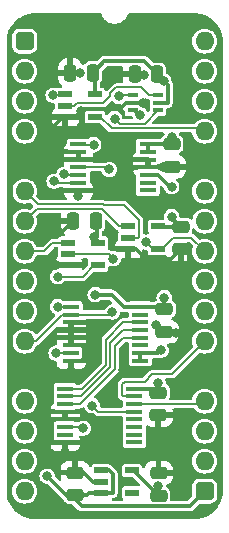
<source format=gtl>
%TF.GenerationSoftware,KiCad,Pcbnew,8.0.3*%
%TF.CreationDate,2024-07-04T14:01:18+02:00*%
%TF.ProjectId,SD Card Write Signals,53442043-6172-4642-9057-726974652053,V0*%
%TF.SameCoordinates,PX54c81a0PY37b6b20*%
%TF.FileFunction,Copper,L1,Top*%
%TF.FilePolarity,Positive*%
%FSLAX46Y46*%
G04 Gerber Fmt 4.6, Leading zero omitted, Abs format (unit mm)*
G04 Created by KiCad (PCBNEW 8.0.3) date 2024-07-04 14:01:18*
%MOMM*%
%LPD*%
G01*
G04 APERTURE LIST*
G04 Aperture macros list*
%AMRoundRect*
0 Rectangle with rounded corners*
0 $1 Rounding radius*
0 $2 $3 $4 $5 $6 $7 $8 $9 X,Y pos of 4 corners*
0 Add a 4 corners polygon primitive as box body*
4,1,4,$2,$3,$4,$5,$6,$7,$8,$9,$2,$3,0*
0 Add four circle primitives for the rounded corners*
1,1,$1+$1,$2,$3*
1,1,$1+$1,$4,$5*
1,1,$1+$1,$6,$7*
1,1,$1+$1,$8,$9*
0 Add four rect primitives between the rounded corners*
20,1,$1+$1,$2,$3,$4,$5,0*
20,1,$1+$1,$4,$5,$6,$7,0*
20,1,$1+$1,$6,$7,$8,$9,0*
20,1,$1+$1,$8,$9,$2,$3,0*%
G04 Aperture macros list end*
%TA.AperFunction,SMDPad,CuDef*%
%ADD10R,1.450000X0.450000*%
%TD*%
%TA.AperFunction,ComponentPad*%
%ADD11RoundRect,0.400000X-0.400000X-0.400000X0.400000X-0.400000X0.400000X0.400000X-0.400000X0.400000X0*%
%TD*%
%TA.AperFunction,ComponentPad*%
%ADD12O,1.600000X1.600000*%
%TD*%
%TA.AperFunction,ComponentPad*%
%ADD13R,1.600000X1.600000*%
%TD*%
%TA.AperFunction,SMDPad,CuDef*%
%ADD14R,1.250000X0.600000*%
%TD*%
%TA.AperFunction,SMDPad,CuDef*%
%ADD15RoundRect,0.250000X0.250000X0.475000X-0.250000X0.475000X-0.250000X-0.475000X0.250000X-0.475000X0*%
%TD*%
%TA.AperFunction,SMDPad,CuDef*%
%ADD16R,0.875000X0.450000*%
%TD*%
%TA.AperFunction,SMDPad,CuDef*%
%ADD17RoundRect,0.250000X-0.475000X0.250000X-0.475000X-0.250000X0.475000X-0.250000X0.475000X0.250000X0*%
%TD*%
%TA.AperFunction,SMDPad,CuDef*%
%ADD18R,1.475000X0.450000*%
%TD*%
%TA.AperFunction,SMDPad,CuDef*%
%ADD19RoundRect,0.250000X0.475000X-0.250000X0.475000X0.250000X-0.475000X0.250000X-0.475000X-0.250000X0*%
%TD*%
%TA.AperFunction,SMDPad,CuDef*%
%ADD20R,1.150000X0.600000*%
%TD*%
%TA.AperFunction,ViaPad*%
%ADD21C,0.800000*%
%TD*%
%TA.AperFunction,Conductor*%
%ADD22C,0.380000*%
%TD*%
%TA.AperFunction,Conductor*%
%ADD23C,0.200000*%
%TD*%
G04 APERTURE END LIST*
D10*
%TO.P,IC2,1,~{MR}*%
%TO.N,/~{Reset Write Counter}*%
X3933000Y-22490000D03*
%TO.P,IC2,2,CP*%
%TO.N,Fast CLK*%
X3933000Y-23140000D03*
%TO.P,IC2,3,D0*%
%TO.N,GND*%
X3933000Y-23790000D03*
%TO.P,IC2,4,D1*%
X3933000Y-24440000D03*
%TO.P,IC2,5,D2*%
X3933000Y-25090000D03*
%TO.P,IC2,6,D3*%
X3933000Y-25740000D03*
%TO.P,IC2,7,CEP*%
%TO.N,/SD Write*%
X3933000Y-26390000D03*
%TO.P,IC2,8,GND*%
%TO.N,GND*%
X3933000Y-27040000D03*
%TO.P,IC2,9,~{PE}*%
%TO.N,/3.3V*%
X9783000Y-27040000D03*
%TO.P,IC2,10,CET*%
X9783000Y-26390000D03*
%TO.P,IC2,11,Q3*%
%TO.N,unconnected-(IC2-Q3-Pad11)*%
X9783000Y-25740000D03*
%TO.P,IC2,12,Q2*%
%TO.N,/Nybble A2*%
X9783000Y-25090000D03*
%TO.P,IC2,13,Q1*%
%TO.N,/Nybble A1*%
X9783000Y-24440000D03*
%TO.P,IC2,14,Q0*%
%TO.N,/Nybble A0*%
X9783000Y-23790000D03*
%TO.P,IC2,15,TC*%
%TO.N,unconnected-(IC2-TC-Pad15)*%
X9783000Y-23140000D03*
%TO.P,IC2,16,3V*%
%TO.N,/3.3V*%
X9783000Y-22490000D03*
%TD*%
D11*
%TO.P,J1,1,Pin_1*%
%TO.N,5V*%
X0Y0D03*
D12*
%TO.P,J1,2,Pin_2*%
%TO.N,unconnected-(J1-Pin_2-Pad2)*%
X0Y-2540000D03*
%TO.P,J1,3,Pin_3*%
%TO.N,unconnected-(J1-Pin_3-Pad3)*%
X0Y-5080000D03*
%TO.P,J1,4,Pin_4*%
%TO.N,unconnected-(J1-Pin_4-Pad4)*%
X0Y-7620000D03*
D13*
%TO.P,J1,5,Pin_5*%
%TO.N,GND*%
X0Y-10160000D03*
D12*
%TO.P,J1,6,Pin_6*%
%TO.N,Write Data High*%
X0Y-12700000D03*
%TO.P,J1,7,Pin_7*%
%TO.N,Write Data Low*%
X0Y-15240000D03*
%TO.P,J1,8,Pin_8*%
%TO.N,~{Reset}*%
X0Y-17780000D03*
%TO.P,J1,9,Pin_9*%
%TO.N,unconnected-(J1-Pin_9-Pad9)*%
X0Y-20320000D03*
%TO.P,J1,10,Pin_10*%
%TO.N,unconnected-(J1-Pin_10-Pad10)*%
X0Y-22860000D03*
%TO.P,J1,11,Pin_11*%
%TO.N,Fast CLK*%
X0Y-25400000D03*
D13*
%TO.P,J1,12,Pin_12*%
%TO.N,GND*%
X0Y-27940000D03*
D12*
%TO.P,J1,13,Pin_13*%
%TO.N,unconnected-(J1-Pin_13-Pad13)*%
X0Y-30480000D03*
%TO.P,J1,14,Pin_14*%
%TO.N,unconnected-(J1-Pin_14-Pad14)*%
X0Y-33020000D03*
%TO.P,J1,15,Pin_15*%
%TO.N,unconnected-(J1-Pin_15-Pad15)*%
X0Y-35560000D03*
%TO.P,J1,16,Pin_16*%
%TO.N,unconnected-(J1-Pin_16-Pad16)*%
X0Y-38100000D03*
D11*
%TO.P,J1,17,Pin_17*%
%TO.N,5V*%
X15240000Y-38100000D03*
D12*
%TO.P,J1,18,Pin_18*%
%TO.N,unconnected-(J1-Pin_18-Pad18)*%
X15240000Y-35560000D03*
%TO.P,J1,19,Pin_19*%
%TO.N,unconnected-(J1-Pin_19-Pad19)*%
X15240000Y-33020000D03*
%TO.P,J1,20,Pin_20*%
%TO.N,~{Write Low Nybble}*%
X15240000Y-30480000D03*
D13*
%TO.P,J1,21,Pin_21*%
%TO.N,GND*%
X15240000Y-27940000D03*
D12*
%TO.P,J1,22,Pin_22*%
%TO.N,~{Write High Nybble}*%
X15240000Y-25400000D03*
%TO.P,J1,23,Pin_23*%
%TO.N,unconnected-(J1-Pin_23-Pad23)*%
X15240000Y-22860000D03*
%TO.P,J1,24,Pin_24*%
%TO.N,unconnected-(J1-Pin_24-Pad24)*%
X15240000Y-20320000D03*
%TO.P,J1,25,Pin_25*%
%TO.N,Write Data*%
X15240000Y-17780000D03*
%TO.P,J1,26,Pin_26*%
%TO.N,unconnected-(J1-Pin_26-Pad26)*%
X15240000Y-15240000D03*
%TO.P,J1,27,Pin_27*%
%TO.N,unconnected-(J1-Pin_27-Pad27)*%
X15240000Y-12700000D03*
D13*
%TO.P,J1,28,Pin_28*%
%TO.N,GND*%
X15240000Y-10160000D03*
D12*
%TO.P,J1,29,Pin_29*%
%TO.N,SD CLK*%
X15240000Y-7620000D03*
%TO.P,J1,30,Pin_30*%
%TO.N,unconnected-(J1-Pin_30-Pad30)*%
X15240000Y-5080000D03*
%TO.P,J1,31,Pin_31*%
%TO.N,unconnected-(J1-Pin_31-Pad31)*%
X15240000Y-2540000D03*
%TO.P,J1,32,Pin_32*%
%TO.N,unconnected-(J1-Pin_32-Pad32)*%
X15240000Y0D03*
%TD*%
D14*
%TO.P,IC9,1,B*%
%TO.N,Write Data Low*%
X8783000Y-15687000D03*
%TO.P,IC9,2,A*%
%TO.N,Write Data High*%
X8783000Y-16637000D03*
%TO.P,IC9,3,GND*%
%TO.N,GND*%
X8783000Y-17587000D03*
%TO.P,IC9,4,Y*%
%TO.N,Write Data*%
X11283000Y-17587000D03*
%TO.P,IC9,5,3V*%
%TO.N,/3.3V*%
X11283000Y-15687000D03*
%TD*%
%TO.P,IC3,1,B*%
%TO.N,~{Reset}*%
X3703000Y-17084000D03*
%TO.P,IC3,2,A*%
%TO.N,/~{Write Data}*%
X3703000Y-18034000D03*
%TO.P,IC3,3,GND*%
%TO.N,GND*%
X3703000Y-18984000D03*
%TO.P,IC3,4,Y*%
%TO.N,/~{Reset Write Counter}*%
X6203000Y-18984000D03*
%TO.P,IC3,5,3V*%
%TO.N,/3.3V*%
X6203000Y-17084000D03*
%TD*%
D15*
%TO.P,C7,1*%
%TO.N,/3.3V*%
X5760000Y-2667000D03*
%TO.P,C7,2*%
%TO.N,GND*%
X3860000Y-2667000D03*
%TD*%
%TO.P,C6,1*%
%TO.N,/3.3V*%
X11221000Y-2794000D03*
%TO.P,C6,2*%
%TO.N,GND*%
X9321000Y-2794000D03*
%TD*%
D16*
%TO.P,IC8,1,1A*%
%TO.N,Fast CLK*%
X9148000Y-4557000D03*
%TO.P,IC8,2,GND*%
%TO.N,GND*%
X9148000Y-5207000D03*
%TO.P,IC8,3,2A*%
%TO.N,Write Data*%
X9148000Y-5857000D03*
%TO.P,IC8,4,2Y*%
%TO.N,/~{Write Data}*%
X11272000Y-5857000D03*
%TO.P,IC8,5,3V*%
%TO.N,/3.3V*%
X11272000Y-5207000D03*
%TO.P,IC8,6,1Y*%
%TO.N,/~{Fast CLK}*%
X11272000Y-4557000D03*
%TD*%
D14*
%TO.P,IC7,1,~{OE}*%
%TO.N,/~{SD Write}*%
X3449000Y-4511000D03*
%TO.P,IC7,2,A*%
%TO.N,/~{Fast CLK}*%
X3449000Y-5461000D03*
%TO.P,IC7,3,GND*%
%TO.N,GND*%
X3449000Y-6411000D03*
%TO.P,IC7,4,Y*%
%TO.N,SD CLK*%
X5949000Y-6411000D03*
%TO.P,IC7,5,3V*%
%TO.N,/3.3V*%
X5949000Y-4511000D03*
%TD*%
D15*
%TO.P,C5,1*%
%TO.N,/3.3V*%
X6014000Y-15240000D03*
%TO.P,C5,2*%
%TO.N,GND*%
X4114000Y-15240000D03*
%TD*%
D17*
%TO.P,C4,1*%
%TO.N,/3.3V*%
X12446000Y-8718000D03*
%TO.P,C4,2*%
%TO.N,GND*%
X12446000Y-10618000D03*
%TD*%
%TO.P,C3,1*%
%TO.N,/3.3V*%
X13208000Y-15703000D03*
%TO.P,C3,2*%
%TO.N,GND*%
X13208000Y-17603000D03*
%TD*%
%TO.P,C2,1*%
%TO.N,/3.3V*%
X11811000Y-22688000D03*
%TO.P,C2,2*%
%TO.N,GND*%
X11811000Y-24588000D03*
%TD*%
%TO.P,C1,1*%
%TO.N,/3.3V*%
X11303000Y-29744000D03*
%TO.P,C1,2*%
%TO.N,GND*%
X11303000Y-31644000D03*
%TD*%
D10*
%TO.P,IC5,1,A0*%
%TO.N,/Nybble A0*%
X3425000Y-29419000D03*
%TO.P,IC5,2,A1*%
%TO.N,/Nybble A1*%
X3425000Y-30069000D03*
%TO.P,IC5,3,A2*%
%TO.N,/Nybble A2*%
X3425000Y-30719000D03*
%TO.P,IC5,4,~{E1}*%
%TO.N,GND*%
X3425000Y-31369000D03*
%TO.P,IC5,5,~{E2}*%
X3425000Y-32019000D03*
%TO.P,IC5,6,E3*%
%TO.N,/SD Write*%
X3425000Y-32669000D03*
%TO.P,IC5,7,~{Y7}*%
%TO.N,unconnected-(IC5-~{Y7}-Pad7)*%
X3425000Y-33319000D03*
%TO.P,IC5,8,GND*%
%TO.N,GND*%
X3425000Y-33969000D03*
%TO.P,IC5,9,~{Y6}*%
%TO.N,unconnected-(IC5-~{Y6}-Pad9)*%
X9275000Y-33969000D03*
%TO.P,IC5,10,~{Y5}*%
%TO.N,unconnected-(IC5-~{Y5}-Pad10)*%
X9275000Y-33319000D03*
%TO.P,IC5,11,~{Y4}*%
%TO.N,unconnected-(IC5-~{Y4}-Pad11)*%
X9275000Y-32669000D03*
%TO.P,IC5,12,~{Y3}*%
%TO.N,unconnected-(IC5-~{Y3}-Pad12)*%
X9275000Y-32019000D03*
%TO.P,IC5,13,~{Y2}*%
%TO.N,/~{Stop Write}*%
X9275000Y-31369000D03*
%TO.P,IC5,14,~{Y1}*%
%TO.N,~{Write Low Nybble}*%
X9275000Y-30719000D03*
%TO.P,IC5,15,~{Y0}*%
%TO.N,~{Write High Nybble}*%
X9275000Y-30069000D03*
%TO.P,IC5,16,3V*%
%TO.N,/3.3V*%
X9275000Y-29419000D03*
%TD*%
D18*
%TO.P,IC4,1,~{1RD}*%
%TO.N,/~{Stop Write}*%
X4555000Y-8718000D03*
%TO.P,IC4,2,1D*%
%TO.N,GND*%
X4555000Y-9368000D03*
%TO.P,IC4,3,1CP*%
X4555000Y-10018000D03*
%TO.P,IC4,4,~{1SD}*%
%TO.N,/~{Write Data}*%
X4555000Y-10668000D03*
%TO.P,IC4,5,1Q*%
%TO.N,/SD Write*%
X4555000Y-11318000D03*
%TO.P,IC4,6,~{1Q}*%
%TO.N,/~{SD Write}*%
X4555000Y-11968000D03*
%TO.P,IC4,7,GND*%
%TO.N,GND*%
X4555000Y-12618000D03*
%TO.P,IC4,8,~{2Q}*%
%TO.N,unconnected-(IC4-~{2Q}-Pad8)*%
X10431000Y-12618000D03*
%TO.P,IC4,9,2Q*%
%TO.N,unconnected-(IC4-2Q-Pad9)*%
X10431000Y-11968000D03*
%TO.P,IC4,10,~{2SD}*%
%TO.N,/3.3V*%
X10431000Y-11318000D03*
%TO.P,IC4,11,2CP*%
%TO.N,GND*%
X10431000Y-10668000D03*
%TO.P,IC4,12,2D*%
X10431000Y-10018000D03*
%TO.P,IC4,13,~{2RD}*%
%TO.N,/3.3V*%
X10431000Y-9368000D03*
%TO.P,IC4,14,3V*%
X10431000Y-8718000D03*
%TD*%
D19*
%TO.P,C11,1*%
%TO.N,/3.3V*%
X11333000Y-38470000D03*
%TO.P,C11,2*%
%TO.N,GND*%
X11333000Y-36570000D03*
%TD*%
D20*
%TO.P,IC1,1,6VIn*%
%TO.N,5V*%
X6477000Y-36332000D03*
%TO.P,IC1,2,GND*%
%TO.N,GND*%
X6477000Y-37282000D03*
%TO.P,IC1,3,EN*%
%TO.N,5V*%
X6477000Y-38232000D03*
%TO.P,IC1,4,ADJ*%
%TO.N,unconnected-(IC1-ADJ-Pad4)*%
X9077000Y-38232000D03*
%TO.P,IC1,5,3.3VOut*%
%TO.N,/3.3V*%
X9077000Y-36332000D03*
%TD*%
D19*
%TO.P,C10,1*%
%TO.N,5V*%
X4259000Y-38420000D03*
%TO.P,C10,2*%
%TO.N,GND*%
X4259000Y-36520000D03*
%TD*%
D21*
%TO.N,GND*%
X3429000Y-34798000D03*
X13081000Y-31750000D03*
X10286988Y-34925000D03*
X3937000Y-27940000D03*
X4473775Y-13065003D03*
X11684000Y-10618000D03*
X10287000Y-18415008D03*
X13081000Y-19304000D03*
X4753557Y-5925000D03*
%TO.N,/SD Write*%
X2667000Y-26416000D03*
X3349124Y-11268002D03*
%TO.N,GND*%
X8354599Y-27832292D03*
X6045999Y-27254051D03*
X11108002Y-23996087D03*
X6858000Y-24003000D03*
X2648543Y-16364992D03*
X2651263Y-18927502D03*
%TO.N,/~{Reset Write Counter}*%
X2806000Y-19939000D03*
X2794000Y-22479000D03*
%TO.N,/~{Write Data}*%
X7493000Y-18415000D03*
X7620000Y-6555000D03*
X7163644Y-10858000D03*
%TO.N,/~{SD Write}*%
X2413000Y-4572000D03*
X2488154Y-11853107D03*
%TO.N,/3.3V*%
X12446000Y-12319000D03*
X12446000Y-14859000D03*
X12446000Y-8123000D03*
X11770000Y-3343000D03*
%TO.N,Write Data*%
X9779000Y-6223000D03*
X10287000Y-17018006D03*
%TO.N,/3.3V*%
X5969000Y-21463000D03*
X5883169Y-16595831D03*
%TO.N,GND*%
X4660000Y-2667000D03*
X10077030Y-2837970D03*
X10033000Y-5206996D03*
%TO.N,Fast CLK*%
X7429500Y-22923500D03*
X7988362Y-4671974D03*
%TO.N,/~{Stop Write}*%
X5841996Y-8762996D03*
X5715000Y-30861000D03*
%TO.N,/SD Write*%
X4953000Y-32766000D03*
%TO.N,5V*%
X1905000Y-36830000D03*
%TO.N,/3.3V*%
X11557000Y-26162000D03*
X11811003Y-21717003D03*
%TO.N,GND*%
X12827008Y-24715000D03*
%TO.N,/3.3V*%
X11303000Y-28956000D03*
X11303000Y-37670000D03*
%TD*%
D22*
%TO.N,GND*%
X-1190000Y-26750000D02*
X0Y-27940000D01*
X0Y-10160000D02*
X-1190000Y-11350000D01*
X-1190000Y-11350000D02*
X-1190000Y-26750000D01*
X16430000Y-11350000D02*
X15240000Y-10160000D01*
X16430000Y-23575000D02*
X16430000Y-11350000D01*
X15875000Y-24130000D02*
X16430000Y-23575000D01*
X14827085Y-24130000D02*
X15875000Y-24130000D01*
X11302085Y-27655000D02*
X14827085Y-24130000D01*
X8531891Y-27655000D02*
X11302085Y-27655000D01*
X16430000Y-24685000D02*
X16430000Y-26750000D01*
X8354599Y-27832292D02*
X8531891Y-27655000D01*
X15875000Y-24130000D02*
X16430000Y-24685000D01*
X16430000Y-26750000D02*
X15240000Y-27940000D01*
D23*
%TO.N,Write Data*%
X12573000Y-16637000D02*
X14097000Y-16637000D01*
X11623000Y-17587000D02*
X12573000Y-16637000D01*
X14097000Y-16637000D02*
X15240000Y-17780000D01*
%TO.N,Write Data High*%
X1115003Y-13815003D02*
X0Y-12700000D01*
X6703003Y-13815003D02*
X1115003Y-13815003D01*
X6731000Y-13843000D02*
X6703003Y-13815003D01*
D22*
%TO.N,GND*%
X4572000Y-12966778D02*
X4473775Y-13065003D01*
X4572000Y-12635000D02*
X4572000Y-12966778D01*
D23*
%TO.N,Write Data Low*%
X1025000Y-14215000D02*
X0Y-15240000D01*
X6537315Y-14215000D02*
X1025000Y-14215000D01*
%TO.N,Write Data High*%
X8382000Y-13843000D02*
X6731000Y-13843000D01*
X9708000Y-15169000D02*
X8382000Y-13843000D01*
X9708000Y-16537000D02*
X9708000Y-15169000D01*
%TO.N,Write Data Low*%
X8009315Y-15687000D02*
X6537315Y-14215000D01*
X8783000Y-15687000D02*
X8009315Y-15687000D01*
%TO.N,Write Data High*%
X8783000Y-16637000D02*
X9608000Y-16637000D01*
X9608000Y-16637000D02*
X9708000Y-16537000D01*
%TO.N,/~{Stop Write}*%
X5841992Y-8763000D02*
X5841996Y-8762996D01*
X4600000Y-8763000D02*
X5841992Y-8763000D01*
D22*
%TO.N,/3.3V*%
X6096000Y-16808662D02*
X5883169Y-16595831D01*
X6096000Y-16977000D02*
X6096000Y-16808662D01*
X6096000Y-16383000D02*
X5883169Y-16595831D01*
X6096000Y-15322000D02*
X6096000Y-16383000D01*
D23*
%TO.N,SD CLK*%
X7373000Y-7373000D02*
X14725000Y-7373000D01*
X6411000Y-6411000D02*
X7373000Y-7373000D01*
%TO.N,/~{Write Data}*%
X10156000Y-6973000D02*
X8038000Y-6973000D01*
X11272000Y-5857000D02*
X10156000Y-6973000D01*
X8038000Y-6973000D02*
X7620000Y-6555000D01*
D22*
%TO.N,/3.3V*%
X12446000Y-8718000D02*
X12446000Y-8123000D01*
D23*
%TO.N,Write Data*%
X9514000Y-6223000D02*
X9779000Y-6223000D01*
X9148000Y-5857000D02*
X9514000Y-6223000D01*
%TO.N,/~{Fast CLK}*%
X10526000Y-4557000D02*
X11272000Y-4557000D01*
X7747000Y-3919392D02*
X9888392Y-3919392D01*
X9888392Y-3919392D02*
X10526000Y-4557000D01*
X6655036Y-5225000D02*
X7239000Y-4641036D01*
X4445000Y-5225000D02*
X6655036Y-5225000D01*
X7239000Y-4427392D02*
X7747000Y-3919392D01*
X4209000Y-5461000D02*
X4445000Y-5225000D01*
X3449000Y-5461000D02*
X4209000Y-5461000D01*
X7239000Y-4641036D02*
X7239000Y-4427392D01*
%TO.N,Fast CLK*%
X9148000Y-4557000D02*
X8103336Y-4557000D01*
X8103336Y-4557000D02*
X7988362Y-4671974D01*
D22*
%TO.N,GND*%
X8576146Y-5207000D02*
X9148000Y-5207000D01*
X8068146Y-5715000D02*
X8576146Y-5207000D01*
X4753557Y-5925000D02*
X4963557Y-5715000D01*
X4963557Y-5715000D02*
X8068146Y-5715000D01*
X4753557Y-5925000D02*
X4267557Y-6411000D01*
X4267557Y-6411000D02*
X3449000Y-6411000D01*
X3241000Y-6411000D02*
X0Y-9652000D01*
D23*
%TO.N,/~{Write Data}*%
X4555000Y-10668000D02*
X6973644Y-10668000D01*
X6973644Y-10668000D02*
X7163644Y-10858000D01*
D22*
%TO.N,GND*%
X4555000Y-10018000D02*
X10431000Y-10018000D01*
X142000Y-10018000D02*
X4555000Y-10018000D01*
X4555000Y-10018000D02*
X4555000Y-9368000D01*
X3429000Y-34798000D02*
X3425000Y-34794000D01*
X12975000Y-31644000D02*
X13081000Y-31750000D01*
X11303000Y-31644000D02*
X12975000Y-31644000D01*
X7493000Y-34925000D02*
X10286988Y-34925000D01*
X6537000Y-33969000D02*
X7493000Y-34925000D01*
X3425000Y-33969000D02*
X6537000Y-33969000D01*
X11303000Y-33908988D02*
X10286988Y-34925000D01*
X11303000Y-31644000D02*
X11303000Y-33908988D01*
X3937000Y-27940000D02*
X0Y-27940000D01*
X5360050Y-27940000D02*
X3937000Y-27940000D01*
%TO.N,/3.3V*%
X11318000Y-11318000D02*
X12319000Y-12319000D01*
X10431000Y-11318000D02*
X11318000Y-11318000D01*
X12319000Y-12319000D02*
X12446000Y-12319000D01*
%TO.N,GND*%
X9458992Y-17587000D02*
X10287000Y-18415008D01*
X8783000Y-17587000D02*
X9458992Y-17587000D01*
X12395992Y-18415008D02*
X10287000Y-18415008D01*
X13208000Y-17603000D02*
X12395992Y-18415008D01*
X13208000Y-19177000D02*
X13081000Y-19304000D01*
X13208000Y-17603000D02*
X13208000Y-19177000D01*
X5048000Y-27030000D02*
X5821948Y-27030000D01*
X5821948Y-27030000D02*
X6045999Y-27254051D01*
X1975107Y-12643107D02*
X0Y-10668000D01*
X4529893Y-12643107D02*
X1975107Y-12643107D01*
D23*
%TO.N,/~{SD Write}*%
X4555000Y-11968000D02*
X2603047Y-11968000D01*
X2603047Y-11968000D02*
X2488154Y-11853107D01*
D22*
%TO.N,GND*%
X12446000Y-10618000D02*
X14782000Y-10618000D01*
D23*
%TO.N,/~{Reset Write Counter}*%
X5878000Y-18984000D02*
X4923000Y-19939000D01*
X4923000Y-19939000D02*
X2806000Y-19939000D01*
D22*
%TO.N,GND*%
X2707761Y-18984000D02*
X2651263Y-18927502D01*
X3703000Y-18984000D02*
X2707761Y-18984000D01*
D23*
%TO.N,Fast CLK*%
X933661Y-25400000D02*
X3193661Y-23140000D01*
%TO.N,/~{Reset Write Counter}*%
X2805000Y-22490000D02*
X2794000Y-22479000D01*
%TO.N,Fast CLK*%
X0Y-25400000D02*
X933661Y-25400000D01*
X3193661Y-23140000D02*
X3933000Y-23140000D01*
%TO.N,/~{Reset Write Counter}*%
X3933000Y-22490000D02*
X2805000Y-22490000D01*
%TO.N,/SD Write*%
X2693000Y-26390000D02*
X2667000Y-26416000D01*
X3933000Y-26390000D02*
X2693000Y-26390000D01*
D22*
%TO.N,GND*%
X5048000Y-26003000D02*
X4785000Y-25740000D01*
X4785000Y-25740000D02*
X3933000Y-25740000D01*
X5048000Y-27030000D02*
X5048000Y-26003000D01*
X3933000Y-27040000D02*
X5038000Y-27040000D01*
X5038000Y-27040000D02*
X5048000Y-27030000D01*
X11108002Y-23996087D02*
X11699915Y-24588000D01*
%TO.N,/3.3V*%
X11613000Y-22490000D02*
X9783000Y-22490000D01*
X11811000Y-21717006D02*
X11811003Y-21717003D01*
X11811000Y-22688000D02*
X11811000Y-21717006D01*
%TO.N,GND*%
X11938000Y-24715000D02*
X12827008Y-24715000D01*
%TO.N,/3.3V*%
X11329000Y-26390000D02*
X11557000Y-26162000D01*
X9783000Y-26390000D02*
X11329000Y-26390000D01*
D23*
%TO.N,Fast CLK*%
X3933000Y-23140000D02*
X7213000Y-23140000D01*
D22*
%TO.N,/3.3V*%
X8393000Y-22490000D02*
X7366000Y-21463000D01*
%TO.N,GND*%
X3933000Y-25090000D02*
X3933000Y-24440000D01*
%TO.N,/3.3V*%
X9783000Y-27040000D02*
X9783000Y-26390000D01*
D23*
%TO.N,Fast CLK*%
X7213000Y-23140000D02*
X7429500Y-22923500D01*
D22*
%TO.N,GND*%
X3933000Y-24440000D02*
X3933000Y-23790000D01*
X3933000Y-25740000D02*
X3933000Y-25090000D01*
%TO.N,/3.3V*%
X7366000Y-21463000D02*
X5969000Y-21463000D01*
%TO.N,GND*%
X6421000Y-24440000D02*
X3933000Y-24440000D01*
X6858000Y-24003000D02*
X6421000Y-24440000D01*
%TO.N,/3.3V*%
X9783000Y-22490000D02*
X8393000Y-22490000D01*
D23*
%TO.N,~{Reset}*%
X1651000Y-17780000D02*
X2347000Y-17084000D01*
X0Y-17780000D02*
X1651000Y-17780000D01*
X2347000Y-17084000D02*
X3703000Y-17084000D01*
D22*
%TO.N,GND*%
X2989008Y-16364992D02*
X4114000Y-15240000D01*
X2648543Y-16364992D02*
X2989008Y-16364992D01*
D23*
%TO.N,/~{Write Data}*%
X7112000Y-18034000D02*
X7493000Y-18415000D01*
X3703000Y-18034000D02*
X7112000Y-18034000D01*
%TO.N,Write Data*%
X10855994Y-17587000D02*
X10287000Y-17018006D01*
D22*
%TO.N,/3.3V*%
X13208000Y-15703000D02*
X11299000Y-15703000D01*
X12446000Y-14941000D02*
X13208000Y-15703000D01*
X12446000Y-14859000D02*
X12446000Y-14941000D01*
D23*
%TO.N,/SD Write*%
X4555000Y-11318000D02*
X3399122Y-11318000D01*
X3399122Y-11318000D02*
X3349124Y-11268002D01*
%TO.N,/~{Stop Write}*%
X9275000Y-31369000D02*
X6223000Y-31369000D01*
X6223000Y-31369000D02*
X5715000Y-30861000D01*
D22*
%TO.N,GND*%
X6045999Y-27254051D02*
X5360050Y-27940000D01*
D23*
%TO.N,~{Write High Nybble}*%
X8350000Y-30069000D02*
X9275000Y-30069000D01*
X8250000Y-29969000D02*
X8350000Y-30069000D01*
X10795000Y-28194000D02*
X10160989Y-28828011D01*
X8250000Y-29036988D02*
X8250000Y-29969000D01*
X12446000Y-28194000D02*
X10795000Y-28194000D01*
X10160989Y-28828011D02*
X8458977Y-28828011D01*
X8458977Y-28828011D02*
X8250000Y-29036988D01*
X15240000Y-25400000D02*
X12446000Y-28194000D01*
%TO.N,/~{SD Write}*%
X2413000Y-4572000D02*
X3388000Y-4572000D01*
D22*
%TO.N,GND*%
X7388500Y-12618000D02*
X9338500Y-10668000D01*
X9338500Y-10668000D02*
X10431000Y-10668000D01*
X4555000Y-12618000D02*
X7388500Y-12618000D01*
X10431000Y-10018000D02*
X10431000Y-10668000D01*
X12446000Y-10618000D02*
X10481000Y-10618000D01*
X10481000Y-10618000D02*
X10431000Y-10668000D01*
%TO.N,/3.3V*%
X11770000Y-3343000D02*
X11221000Y-2794000D01*
X12099500Y-3672500D02*
X11770000Y-3343000D01*
X10431000Y-8718000D02*
X10431000Y-9368000D01*
X12446000Y-8718000D02*
X10431000Y-8718000D01*
%TO.N,GND*%
X3860000Y-2667000D02*
X4660000Y-2667000D01*
%TO.N,/3.3V*%
X6748000Y-1679000D02*
X5760000Y-2667000D01*
X10106000Y-1679000D02*
X6748000Y-1679000D01*
X11221000Y-2794000D02*
X10106000Y-1679000D01*
%TO.N,GND*%
X10033060Y-2794000D02*
X10077030Y-2837970D01*
X9321000Y-2794000D02*
X10033060Y-2794000D01*
X9148000Y-5207000D02*
X10032996Y-5207000D01*
X10032996Y-5207000D02*
X10033000Y-5206996D01*
%TO.N,/3.3V*%
X12099500Y-5197000D02*
X12099500Y-3672500D01*
X12089500Y-5207000D02*
X12099500Y-5197000D01*
X11272000Y-5207000D02*
X12089500Y-5207000D01*
X5949000Y-4511000D02*
X5949000Y-2856000D01*
D23*
%TO.N,/SD Write*%
X3425000Y-32669000D02*
X4856000Y-32669000D01*
X4856000Y-32669000D02*
X4953000Y-32766000D01*
D22*
%TO.N,GND*%
X2345000Y-32019000D02*
X3425000Y-32019000D01*
X2310000Y-32054000D02*
X2345000Y-32019000D01*
X2320000Y-33969000D02*
X2310000Y-33959000D01*
X3425000Y-33969000D02*
X2320000Y-33969000D01*
X2310000Y-33959000D02*
X2310000Y-32054000D01*
X3425000Y-32019000D02*
X3425000Y-31369000D01*
X3425000Y-34794000D02*
X3425000Y-33969000D01*
X4259000Y-35628000D02*
X3429000Y-34798000D01*
X4259000Y-36520000D02*
X4259000Y-35628000D01*
%TO.N,5V*%
X4259000Y-38420000D02*
X3495000Y-38420000D01*
X3495000Y-38420000D02*
X1905000Y-36830000D01*
X4259000Y-38803000D02*
X4259000Y-38420000D01*
X4816000Y-39360000D02*
X4259000Y-38803000D01*
X13980000Y-39360000D02*
X4816000Y-39360000D01*
X15240000Y-38100000D02*
X13980000Y-39360000D01*
%TO.N,GND*%
X5024000Y-36520000D02*
X4259000Y-36520000D01*
X5786000Y-37282000D02*
X5024000Y-36520000D01*
X6477000Y-37282000D02*
X5786000Y-37282000D01*
%TO.N,5V*%
X7442000Y-38222000D02*
X7442000Y-36652000D01*
X7122000Y-36332000D02*
X6477000Y-36332000D01*
X7432000Y-38232000D02*
X7442000Y-38222000D01*
X6477000Y-38232000D02*
X7432000Y-38232000D01*
X7442000Y-36652000D02*
X7122000Y-36332000D01*
X5461000Y-38227000D02*
X5466000Y-38232000D01*
X5466000Y-38232000D02*
X6477000Y-38232000D01*
X5268000Y-38420000D02*
X5461000Y-38227000D01*
X4259000Y-38420000D02*
X5268000Y-38420000D01*
D23*
%TO.N,~{Write Low Nybble}*%
X9275000Y-30719000D02*
X15001000Y-30719000D01*
D22*
%TO.N,/3.3V*%
X11303000Y-28956000D02*
X11303000Y-29744000D01*
X11333000Y-37700000D02*
X11303000Y-37670000D01*
X11333000Y-38470000D02*
X11333000Y-37700000D01*
X9195000Y-36332000D02*
X11333000Y-38470000D01*
X9275000Y-29419000D02*
X10978000Y-29419000D01*
X10978000Y-29419000D02*
X11303000Y-29744000D01*
D23*
%TO.N,/Nybble A2*%
X7658000Y-25782000D02*
X8350000Y-25090000D01*
X4702372Y-30719000D02*
X7658000Y-27763372D01*
X3425000Y-30719000D02*
X4702372Y-30719000D01*
X8350000Y-25090000D02*
X9783000Y-25090000D01*
%TO.N,/Nybble A1*%
X7258000Y-25532000D02*
X8350000Y-24440000D01*
X4786686Y-30069000D02*
X7258000Y-27597686D01*
X7258000Y-27597686D02*
X7258000Y-25532000D01*
X3425000Y-30069000D02*
X4786686Y-30069000D01*
%TO.N,/Nybble A0*%
X8350000Y-23790000D02*
X9783000Y-23790000D01*
X6858000Y-25282000D02*
X8350000Y-23790000D01*
X4871000Y-29419000D02*
X6858000Y-27432000D01*
X3425000Y-29419000D02*
X4871000Y-29419000D01*
X6858000Y-27432000D02*
X6858000Y-25282000D01*
%TO.N,/Nybble A2*%
X7658000Y-27763372D02*
X7658000Y-25782000D01*
%TO.N,/Nybble A1*%
X8350000Y-24440000D02*
X9783000Y-24440000D01*
%TD*%
%TA.AperFunction,Conductor*%
%TO.N,GND*%
G36*
X1524000Y-13464503D02*
G01*
X1311546Y-13464503D01*
X1244507Y-13444818D01*
X1223865Y-13428184D01*
X1010191Y-13214510D01*
X976706Y-13153187D01*
X979210Y-13090837D01*
X1035300Y-12905934D01*
X1055583Y-12700000D01*
X1035300Y-12494066D01*
X975232Y-12296046D01*
X877685Y-12113550D01*
X825702Y-12050209D01*
X746410Y-11953589D01*
X586452Y-11822317D01*
X586453Y-11822317D01*
X586450Y-11822315D01*
X403954Y-11724768D01*
X205934Y-11664700D01*
X205932Y-11664699D01*
X205934Y-11664699D01*
X0Y-11644417D01*
X-205933Y-11664699D01*
X-403957Y-11724769D01*
X-514102Y-11783643D01*
X-586450Y-11822315D01*
X-586452Y-11822316D01*
X-586453Y-11822317D01*
X-746411Y-11953589D01*
X-877683Y-12113547D01*
X-975231Y-12296043D01*
X-1035301Y-12494067D01*
X-1055583Y-12700000D01*
X-1035301Y-12905932D01*
X-1035300Y-12905934D01*
X-975232Y-13103954D01*
X-877685Y-13286450D01*
X-877683Y-13286452D01*
X-746411Y-13446410D01*
X-649791Y-13525702D01*
X-586450Y-13577685D01*
X-403954Y-13675232D01*
X-205934Y-13735300D01*
X-205935Y-13735300D01*
X-187471Y-13737118D01*
X0Y-13755583D01*
X205934Y-13735300D01*
X390836Y-13679210D01*
X460701Y-13678588D01*
X514510Y-13710191D01*
X686637Y-13882318D01*
X720122Y-13943641D01*
X715138Y-14013333D01*
X686637Y-14057680D01*
X514508Y-14229808D01*
X453185Y-14263293D01*
X390833Y-14260788D01*
X205934Y-14204700D01*
X205932Y-14204699D01*
X205934Y-14204699D01*
X0Y-14184417D01*
X-205933Y-14204699D01*
X-381308Y-14257898D01*
X-399091Y-14263293D01*
X-403957Y-14264769D01*
X-514102Y-14323643D01*
X-586450Y-14362315D01*
X-586452Y-14362316D01*
X-586453Y-14362317D01*
X-746411Y-14493589D01*
X-877683Y-14653547D01*
X-975231Y-14836043D01*
X-1035301Y-15034067D01*
X-1055583Y-15240000D01*
X-1035301Y-15445932D01*
X-1035300Y-15445934D01*
X-975232Y-15643954D01*
X-877685Y-15826450D01*
X-877683Y-15826452D01*
X-746411Y-15986410D01*
X-649791Y-16065702D01*
X-586450Y-16117685D01*
X-403954Y-16215232D01*
X-205934Y-16275300D01*
X-205935Y-16275300D01*
X-187471Y-16277118D01*
X0Y-16295583D01*
X205934Y-16275300D01*
X403954Y-16215232D01*
X586450Y-16117685D01*
X746410Y-15986410D01*
X877685Y-15826450D01*
X975232Y-15643954D01*
X1035300Y-15445934D01*
X1055583Y-15240000D01*
X1035300Y-15034066D01*
X979210Y-14849163D01*
X978588Y-14779298D01*
X1010187Y-14725493D01*
X1133864Y-14601816D01*
X1195187Y-14568334D01*
X1221544Y-14565500D01*
X1524000Y-14565500D01*
X1524000Y-17403084D01*
X1480814Y-17426666D01*
X1454456Y-17429500D01*
X1078127Y-17429500D01*
X1011088Y-17409815D01*
X968769Y-17363954D01*
X934163Y-17299212D01*
X877685Y-17193550D01*
X825649Y-17130143D01*
X746410Y-17033589D01*
X586452Y-16902317D01*
X586453Y-16902317D01*
X586450Y-16902315D01*
X403954Y-16804768D01*
X205934Y-16744700D01*
X205932Y-16744699D01*
X205934Y-16744699D01*
X0Y-16724417D01*
X-205933Y-16744699D01*
X-403957Y-16804769D01*
X-514102Y-16863643D01*
X-586450Y-16902315D01*
X-586452Y-16902316D01*
X-586453Y-16902317D01*
X-746411Y-17033589D01*
X-877683Y-17193547D01*
X-975231Y-17376043D01*
X-1035301Y-17574067D01*
X-1055583Y-17780000D01*
X-1035301Y-17985932D01*
X-1035300Y-17985934D01*
X-975232Y-18183954D01*
X-877685Y-18366450D01*
X-877683Y-18366452D01*
X-746411Y-18526410D01*
X-649791Y-18605702D01*
X-586450Y-18657685D01*
X-403954Y-18755232D01*
X-205934Y-18815300D01*
X-205935Y-18815300D01*
X-187471Y-18817118D01*
X0Y-18835583D01*
X205934Y-18815300D01*
X403954Y-18755232D01*
X586450Y-18657685D01*
X746410Y-18526410D01*
X877685Y-18366450D01*
X968769Y-18196046D01*
X1017732Y-18146202D01*
X1078127Y-18130500D01*
X1524000Y-18130500D01*
X1524000Y-24313977D01*
X1040571Y-24797406D01*
X979248Y-24830891D01*
X909556Y-24825907D01*
X857036Y-24788389D01*
X746410Y-24653589D01*
X586452Y-24522317D01*
X586453Y-24522317D01*
X586450Y-24522315D01*
X403954Y-24424768D01*
X205934Y-24364700D01*
X205932Y-24364699D01*
X205934Y-24364699D01*
X0Y-24344417D01*
X-205933Y-24364699D01*
X-403957Y-24424769D01*
X-514102Y-24483643D01*
X-586450Y-24522315D01*
X-586452Y-24522316D01*
X-586453Y-24522317D01*
X-746411Y-24653589D01*
X-877683Y-24813547D01*
X-975231Y-24996043D01*
X-1035301Y-25194067D01*
X-1055583Y-25400000D01*
X-1035301Y-25605932D01*
X-1005266Y-25704944D01*
X-975232Y-25803954D01*
X-877685Y-25986450D01*
X-877683Y-25986452D01*
X-746411Y-26146410D01*
X-649791Y-26225702D01*
X-586450Y-26277685D01*
X-403954Y-26375232D01*
X-205934Y-26435300D01*
X-205935Y-26435300D01*
X-187471Y-26437118D01*
X0Y-26455583D01*
X205934Y-26435300D01*
X403954Y-26375232D01*
X586450Y-26277685D01*
X746410Y-26146410D01*
X877685Y-25986450D01*
X975232Y-25803954D01*
X975234Y-25803946D01*
X976161Y-25801711D01*
X976963Y-25800715D01*
X978104Y-25798581D01*
X978508Y-25798797D01*
X1019997Y-25747303D01*
X1058634Y-25729377D01*
X1068949Y-25726614D01*
X1148873Y-25680470D01*
X1524000Y-25305343D01*
X1524000Y-36298477D01*
X1414516Y-36395471D01*
X1324781Y-36525475D01*
X1324780Y-36525476D01*
X1268762Y-36673181D01*
X1249722Y-36829999D01*
X1249722Y-36830000D01*
X1268762Y-36986818D01*
X1321080Y-37124768D01*
X1324780Y-37134523D01*
X1414517Y-37264530D01*
X1524000Y-37361522D01*
X1524000Y-40463232D01*
X839477Y-40463232D01*
X831992Y-40463006D01*
X558355Y-40446458D01*
X543490Y-40444653D01*
X277546Y-40395920D01*
X263006Y-40392337D01*
X4865Y-40311899D01*
X-9135Y-40306589D01*
X-255693Y-40195625D01*
X-268946Y-40188670D01*
X-500348Y-40048786D01*
X-512660Y-40040286D01*
X-725491Y-39873546D01*
X-736700Y-39863617D01*
X-927895Y-39672425D01*
X-937824Y-39661217D01*
X-1104569Y-39448385D01*
X-1113075Y-39436062D01*
X-1252958Y-39204671D01*
X-1259906Y-39191435D01*
X-1370889Y-38944842D01*
X-1376190Y-38930862D01*
X-1387622Y-38894177D01*
X-1456631Y-38672720D01*
X-1460213Y-38658187D01*
X-1508950Y-38392236D01*
X-1510755Y-38377372D01*
X-1527274Y-38104281D01*
X-1527403Y-38100000D01*
X-1055583Y-38100000D01*
X-1035301Y-38305932D01*
X-1035300Y-38305934D01*
X-975232Y-38503954D01*
X-877685Y-38686450D01*
X-843031Y-38728677D01*
X-746411Y-38846410D01*
X-649791Y-38925702D01*
X-586450Y-38977685D01*
X-403954Y-39075232D01*
X-205934Y-39135300D01*
X-205935Y-39135300D01*
X-187471Y-39137118D01*
X0Y-39155583D01*
X205934Y-39135300D01*
X403954Y-39075232D01*
X586450Y-38977685D01*
X746410Y-38846410D01*
X877685Y-38686450D01*
X975232Y-38503954D01*
X1035300Y-38305934D01*
X1055583Y-38100000D01*
X1035300Y-37894066D01*
X975232Y-37696046D01*
X877685Y-37513550D01*
X819537Y-37442696D01*
X746410Y-37353589D01*
X586452Y-37222317D01*
X586453Y-37222317D01*
X586450Y-37222315D01*
X403954Y-37124768D01*
X205934Y-37064700D01*
X205932Y-37064699D01*
X205934Y-37064699D01*
X0Y-37044417D01*
X-205933Y-37064699D01*
X-403957Y-37124769D01*
X-514102Y-37183643D01*
X-586450Y-37222315D01*
X-586452Y-37222316D01*
X-586453Y-37222317D01*
X-746411Y-37353589D01*
X-877683Y-37513547D01*
X-975231Y-37696043D01*
X-1035301Y-37894067D01*
X-1055583Y-38100000D01*
X-1527403Y-38100000D01*
X-1527500Y-38096794D01*
X-1527500Y-35560000D01*
X-1055583Y-35560000D01*
X-1035301Y-35765932D01*
X-1035300Y-35765934D01*
X-975232Y-35963954D01*
X-877685Y-36146450D01*
X-877683Y-36146452D01*
X-746411Y-36306410D01*
X-649791Y-36385702D01*
X-586450Y-36437685D01*
X-403954Y-36535232D01*
X-205934Y-36595300D01*
X-205935Y-36595300D01*
X-187471Y-36597118D01*
X0Y-36615583D01*
X205934Y-36595300D01*
X403954Y-36535232D01*
X586450Y-36437685D01*
X746410Y-36306410D01*
X877685Y-36146450D01*
X975232Y-35963954D01*
X1035300Y-35765934D01*
X1055583Y-35560000D01*
X1035300Y-35354066D01*
X975232Y-35156046D01*
X877685Y-34973550D01*
X825702Y-34910209D01*
X746410Y-34813589D01*
X586452Y-34682317D01*
X586453Y-34682317D01*
X586450Y-34682315D01*
X403954Y-34584768D01*
X205934Y-34524700D01*
X205932Y-34524699D01*
X205934Y-34524699D01*
X0Y-34504417D01*
X-205933Y-34524699D01*
X-403957Y-34584769D01*
X-514102Y-34643643D01*
X-586450Y-34682315D01*
X-586452Y-34682316D01*
X-586453Y-34682317D01*
X-746411Y-34813589D01*
X-877683Y-34973547D01*
X-975231Y-35156043D01*
X-1035301Y-35354067D01*
X-1055583Y-35560000D01*
X-1527500Y-35560000D01*
X-1527500Y-33020000D01*
X-1055583Y-33020000D01*
X-1035301Y-33225932D01*
X-1035300Y-33225934D01*
X-975232Y-33423954D01*
X-877685Y-33606450D01*
X-877683Y-33606452D01*
X-746411Y-33766410D01*
X-649791Y-33845702D01*
X-586450Y-33897685D01*
X-403954Y-33995232D01*
X-205934Y-34055300D01*
X-205935Y-34055300D01*
X-187471Y-34057118D01*
X0Y-34075583D01*
X205934Y-34055300D01*
X403954Y-33995232D01*
X586450Y-33897685D01*
X746410Y-33766410D01*
X877685Y-33606450D01*
X975232Y-33423954D01*
X1035300Y-33225934D01*
X1055583Y-33020000D01*
X1035300Y-32814066D01*
X975232Y-32616046D01*
X877685Y-32433550D01*
X825702Y-32370209D01*
X746410Y-32273589D01*
X586452Y-32142317D01*
X586453Y-32142317D01*
X586450Y-32142315D01*
X403954Y-32044768D01*
X205934Y-31984700D01*
X205932Y-31984699D01*
X205934Y-31984699D01*
X0Y-31964417D01*
X-205933Y-31984699D01*
X-403957Y-32044769D01*
X-514102Y-32103643D01*
X-586450Y-32142315D01*
X-586452Y-32142316D01*
X-586453Y-32142317D01*
X-746411Y-32273589D01*
X-877683Y-32433547D01*
X-975231Y-32616043D01*
X-1035301Y-32814067D01*
X-1055583Y-33020000D01*
X-1527500Y-33020000D01*
X-1527500Y-30480000D01*
X-1055583Y-30480000D01*
X-1035301Y-30685932D01*
X-1035300Y-30685934D01*
X-975232Y-30883954D01*
X-877685Y-31066450D01*
X-877683Y-31066452D01*
X-746411Y-31226410D01*
X-649791Y-31305702D01*
X-586450Y-31357685D01*
X-403954Y-31455232D01*
X-205934Y-31515300D01*
X-205935Y-31515300D01*
X-187471Y-31517118D01*
X0Y-31535583D01*
X205934Y-31515300D01*
X403954Y-31455232D01*
X586450Y-31357685D01*
X746410Y-31226410D01*
X877685Y-31066450D01*
X975232Y-30883954D01*
X1035300Y-30685934D01*
X1055583Y-30480000D01*
X1035300Y-30274066D01*
X975232Y-30076046D01*
X877685Y-29893550D01*
X825702Y-29830209D01*
X746410Y-29733589D01*
X586452Y-29602317D01*
X586453Y-29602317D01*
X586450Y-29602315D01*
X403954Y-29504768D01*
X205934Y-29444700D01*
X205932Y-29444699D01*
X205934Y-29444699D01*
X0Y-29424417D01*
X-205933Y-29444699D01*
X-403957Y-29504769D01*
X-514102Y-29563643D01*
X-586450Y-29602315D01*
X-586452Y-29602316D01*
X-586453Y-29602317D01*
X-746411Y-29733589D01*
X-877683Y-29893547D01*
X-975231Y-30076043D01*
X-1035301Y-30274067D01*
X-1055583Y-30480000D01*
X-1527500Y-30480000D01*
X-1527500Y-22860000D01*
X-1055583Y-22860000D01*
X-1035301Y-23065932D01*
X-1035300Y-23065934D01*
X-975232Y-23263954D01*
X-877685Y-23446450D01*
X-877683Y-23446452D01*
X-746411Y-23606410D01*
X-649791Y-23685702D01*
X-586450Y-23737685D01*
X-403954Y-23835232D01*
X-205934Y-23895300D01*
X-205935Y-23895300D01*
X-187471Y-23897118D01*
X0Y-23915583D01*
X205934Y-23895300D01*
X403954Y-23835232D01*
X586450Y-23737685D01*
X746410Y-23606410D01*
X877685Y-23446450D01*
X975232Y-23263954D01*
X1035300Y-23065934D01*
X1055583Y-22860000D01*
X1035300Y-22654066D01*
X975232Y-22456046D01*
X877685Y-22273550D01*
X825702Y-22210209D01*
X746410Y-22113589D01*
X586452Y-21982317D01*
X586453Y-21982317D01*
X586450Y-21982315D01*
X403954Y-21884768D01*
X205934Y-21824700D01*
X205932Y-21824699D01*
X205934Y-21824699D01*
X0Y-21804417D01*
X-205933Y-21824699D01*
X-403957Y-21884769D01*
X-514102Y-21943643D01*
X-586450Y-21982315D01*
X-586452Y-21982316D01*
X-586453Y-21982317D01*
X-746411Y-22113589D01*
X-877683Y-22273547D01*
X-975231Y-22456043D01*
X-1035301Y-22654067D01*
X-1055583Y-22860000D01*
X-1527500Y-22860000D01*
X-1527500Y-20320000D01*
X-1055583Y-20320000D01*
X-1035301Y-20525932D01*
X-1035300Y-20525934D01*
X-975232Y-20723954D01*
X-877685Y-20906450D01*
X-877683Y-20906452D01*
X-746411Y-21066410D01*
X-649791Y-21145702D01*
X-586450Y-21197685D01*
X-403954Y-21295232D01*
X-205934Y-21355300D01*
X-205935Y-21355300D01*
X-187471Y-21357118D01*
X0Y-21375583D01*
X205934Y-21355300D01*
X403954Y-21295232D01*
X586450Y-21197685D01*
X746410Y-21066410D01*
X877685Y-20906450D01*
X975232Y-20723954D01*
X1035300Y-20525934D01*
X1055583Y-20320000D01*
X1035300Y-20114066D01*
X975232Y-19916046D01*
X877685Y-19733550D01*
X825702Y-19670209D01*
X746410Y-19573589D01*
X586452Y-19442317D01*
X586453Y-19442317D01*
X586450Y-19442315D01*
X403954Y-19344768D01*
X205934Y-19284700D01*
X205932Y-19284699D01*
X205934Y-19284699D01*
X0Y-19264417D01*
X-205933Y-19284699D01*
X-403957Y-19344769D01*
X-514102Y-19403643D01*
X-586450Y-19442315D01*
X-586452Y-19442316D01*
X-586453Y-19442317D01*
X-746411Y-19573589D01*
X-877683Y-19733547D01*
X-975231Y-19916043D01*
X-1035301Y-20114067D01*
X-1055583Y-20320000D01*
X-1527500Y-20320000D01*
X-1527500Y-7620000D01*
X-1055583Y-7620000D01*
X-1035301Y-7825932D01*
X-1035300Y-7825934D01*
X-975232Y-8023954D01*
X-877685Y-8206450D01*
X-877683Y-8206452D01*
X-746411Y-8366410D01*
X-649791Y-8445702D01*
X-586450Y-8497685D01*
X-403954Y-8595232D01*
X-205934Y-8655300D01*
X-205935Y-8655300D01*
X-187471Y-8657118D01*
X0Y-8675583D01*
X205934Y-8655300D01*
X403954Y-8595232D01*
X586450Y-8497685D01*
X746410Y-8366410D01*
X877685Y-8206450D01*
X975232Y-8023954D01*
X1035300Y-7825934D01*
X1055583Y-7620000D01*
X1035300Y-7414066D01*
X975232Y-7216046D01*
X877685Y-7033550D01*
X825702Y-6970209D01*
X746410Y-6873589D01*
X586452Y-6742317D01*
X586453Y-6742317D01*
X586450Y-6742315D01*
X403954Y-6644768D01*
X205934Y-6584700D01*
X205932Y-6584699D01*
X205934Y-6584699D01*
X0Y-6564417D01*
X-205933Y-6584699D01*
X-403957Y-6644769D01*
X-514102Y-6703643D01*
X-586450Y-6742315D01*
X-586452Y-6742316D01*
X-586453Y-6742317D01*
X-746411Y-6873589D01*
X-877683Y-7033547D01*
X-975231Y-7216043D01*
X-1035301Y-7414067D01*
X-1055583Y-7620000D01*
X-1527500Y-7620000D01*
X-1527500Y-5080000D01*
X-1055583Y-5080000D01*
X-1035301Y-5285932D01*
X-1035300Y-5285934D01*
X-975232Y-5483954D01*
X-877685Y-5666450D01*
X-877683Y-5666452D01*
X-746411Y-5826410D01*
X-649791Y-5905702D01*
X-586450Y-5957685D01*
X-403954Y-6055232D01*
X-205934Y-6115300D01*
X-205935Y-6115300D01*
X-187471Y-6117118D01*
X0Y-6135583D01*
X205934Y-6115300D01*
X403954Y-6055232D01*
X586450Y-5957685D01*
X746410Y-5826410D01*
X877685Y-5666450D01*
X975232Y-5483954D01*
X1035300Y-5285934D01*
X1055583Y-5080000D01*
X1035300Y-4874066D01*
X975232Y-4676046D01*
X877685Y-4493550D01*
X825702Y-4430209D01*
X746410Y-4333589D01*
X586452Y-4202317D01*
X586453Y-4202317D01*
X586450Y-4202315D01*
X403954Y-4104768D01*
X205934Y-4044700D01*
X205932Y-4044699D01*
X205934Y-4044699D01*
X0Y-4024417D01*
X-205933Y-4044699D01*
X-403957Y-4104769D01*
X-514102Y-4163643D01*
X-586450Y-4202315D01*
X-586452Y-4202316D01*
X-586453Y-4202317D01*
X-746411Y-4333589D01*
X-877683Y-4493547D01*
X-975231Y-4676043D01*
X-1035301Y-4874067D01*
X-1055583Y-5080000D01*
X-1527500Y-5080000D01*
X-1527500Y-2540000D01*
X-1055583Y-2540000D01*
X-1035301Y-2745932D01*
X-1035300Y-2745934D01*
X-975232Y-2943954D01*
X-877685Y-3126450D01*
X-877683Y-3126452D01*
X-746411Y-3286410D01*
X-649791Y-3365702D01*
X-586450Y-3417685D01*
X-403954Y-3515232D01*
X-205934Y-3575300D01*
X-205935Y-3575300D01*
X-187471Y-3577118D01*
X0Y-3595583D01*
X205934Y-3575300D01*
X403954Y-3515232D01*
X586450Y-3417685D01*
X746410Y-3286410D01*
X877685Y-3126450D01*
X975232Y-2943954D01*
X1035300Y-2745934D01*
X1055583Y-2540000D01*
X1035300Y-2334066D01*
X975232Y-2136046D01*
X877685Y-1953550D01*
X825702Y-1890209D01*
X746410Y-1793589D01*
X586452Y-1662317D01*
X586453Y-1662317D01*
X586450Y-1662315D01*
X403954Y-1564768D01*
X205934Y-1504700D01*
X205932Y-1504699D01*
X205934Y-1504699D01*
X0Y-1484417D01*
X-205933Y-1504699D01*
X-403957Y-1564769D01*
X-514102Y-1623643D01*
X-586450Y-1662315D01*
X-586452Y-1662316D01*
X-586453Y-1662317D01*
X-746411Y-1793589D01*
X-877683Y-1953547D01*
X-975231Y-2136043D01*
X-1035301Y-2334067D01*
X-1055583Y-2540000D01*
X-1527500Y-2540000D01*
X-1527500Y-3750D01*
X-1527274Y3737D01*
X-1510722Y277369D01*
X-1508917Y292233D01*
X-1477128Y465702D01*
X-1050500Y465702D01*
X-1050500Y-465701D01*
X-1047599Y-502567D01*
X-1047598Y-502573D01*
X-1001746Y-660393D01*
X-1001745Y-660396D01*
X-918083Y-801862D01*
X-918077Y-801870D01*
X-801871Y-918076D01*
X-801867Y-918079D01*
X-801865Y-918081D01*
X-660398Y-1001744D01*
X-618776Y-1013836D01*
X-502574Y-1047597D01*
X-502571Y-1047597D01*
X-502569Y-1047598D01*
X-465694Y-1050500D01*
X-465686Y-1050500D01*
X465686Y-1050500D01*
X465694Y-1050500D01*
X502569Y-1047598D01*
X502571Y-1047597D01*
X502573Y-1047597D01*
X544191Y-1035505D01*
X660398Y-1001744D01*
X801865Y-918081D01*
X918081Y-801865D01*
X1001744Y-660398D01*
X1047598Y-502569D01*
X1050500Y-465694D01*
X1050500Y465694D01*
X1047598Y502569D01*
X1027217Y572719D01*
X1001745Y660394D01*
X1001744Y660397D01*
X1001744Y660398D01*
X918081Y801865D01*
X918079Y801867D01*
X918076Y801871D01*
X801870Y918077D01*
X801862Y918083D01*
X660396Y1001745D01*
X660393Y1001746D01*
X502573Y1047598D01*
X502567Y1047599D01*
X465701Y1050500D01*
X465694Y1050500D01*
X-465694Y1050500D01*
X-465702Y1050500D01*
X-502568Y1047599D01*
X-502574Y1047598D01*
X-660394Y1001746D01*
X-660397Y1001745D01*
X-801863Y918083D01*
X-801871Y918077D01*
X-918077Y801871D01*
X-918083Y801863D01*
X-1001745Y660397D01*
X-1001746Y660394D01*
X-1047598Y502574D01*
X-1047599Y502568D01*
X-1050500Y465702D01*
X-1477128Y465702D01*
X-1460180Y558184D01*
X-1456597Y572719D01*
X-1429275Y660397D01*
X-1376155Y830864D01*
X-1370856Y844836D01*
X-1259882Y1091409D01*
X-1252933Y1104650D01*
X-1113044Y1336051D01*
X-1104549Y1348359D01*
X-937793Y1561204D01*
X-927880Y1572394D01*
X-736675Y1763597D01*
X-725483Y1773512D01*
X-512629Y1940270D01*
X-500324Y1948763D01*
X-268924Y2088646D01*
X-255693Y2095590D01*
X-9118Y2206562D01*
X4875Y2211868D01*
X263017Y2292306D01*
X277554Y2295889D01*
X543499Y2344622D01*
X558353Y2346426D01*
X832521Y2363007D01*
X840006Y2363232D01*
X891005Y2363232D01*
X891262Y2363256D01*
X1524000Y2363521D01*
X1524000Y-13464503D01*
G37*
%TD.AperFunction*%
%TD*%
%TA.AperFunction,Conductor*%
%TO.N,GND*%
G36*
X14348938Y2363257D02*
G01*
X14349201Y2363233D01*
X14360100Y2363233D01*
X14400525Y2363233D01*
X14408010Y2363007D01*
X14681647Y2346459D01*
X14696505Y2344655D01*
X14962460Y2295920D01*
X14976981Y2292341D01*
X15235136Y2211899D01*
X15249133Y2206590D01*
X15495692Y2095627D01*
X15508951Y2088668D01*
X15740336Y1948793D01*
X15752659Y1940287D01*
X15965490Y1773547D01*
X15976699Y1763618D01*
X16167894Y1572426D01*
X16177823Y1561218D01*
X16344568Y1348386D01*
X16353075Y1336062D01*
X16492955Y1104674D01*
X16499913Y1091416D01*
X16610881Y844860D01*
X16616191Y830858D01*
X16696627Y572730D01*
X16700211Y558192D01*
X16748949Y292238D01*
X16750754Y277373D01*
X16767273Y4301D01*
X16767499Y-3186D01*
X16767500Y-38055830D01*
X16767500Y-38096249D01*
X16767274Y-38103737D01*
X16750721Y-38377369D01*
X16748916Y-38392232D01*
X16700180Y-38658178D01*
X16696596Y-38672718D01*
X16616158Y-38930851D01*
X16610848Y-38944852D01*
X16499885Y-39191399D01*
X16492927Y-39204657D01*
X16353050Y-39436039D01*
X16344543Y-39448363D01*
X16177799Y-39661194D01*
X16167870Y-39672402D01*
X15976682Y-39863588D01*
X15965474Y-39873517D01*
X15752637Y-40040262D01*
X15740313Y-40048768D01*
X15508937Y-40188637D01*
X15495678Y-40195596D01*
X15249125Y-40306557D01*
X15235124Y-40311867D01*
X14976982Y-40392305D01*
X14962443Y-40395888D01*
X14696505Y-40444620D01*
X14681641Y-40446425D01*
X14433129Y-40461454D01*
X14407477Y-40463006D01*
X14399994Y-40463232D01*
X13716000Y-40463232D01*
X13716000Y-39800500D01*
X14037991Y-39800500D01*
X14037993Y-39800500D01*
X14150027Y-39770481D01*
X14250473Y-39712488D01*
X14776142Y-39186819D01*
X14837465Y-39153334D01*
X14863823Y-39150500D01*
X15705686Y-39150500D01*
X15705694Y-39150500D01*
X15742569Y-39147598D01*
X15742571Y-39147597D01*
X15742573Y-39147597D01*
X15784191Y-39135505D01*
X15900398Y-39101744D01*
X16041865Y-39018081D01*
X16158081Y-38901865D01*
X16241744Y-38760398D01*
X16287598Y-38602569D01*
X16290500Y-38565694D01*
X16290500Y-37634306D01*
X16287598Y-37597431D01*
X16241744Y-37439602D01*
X16158081Y-37298135D01*
X16158079Y-37298133D01*
X16158076Y-37298129D01*
X16041870Y-37181923D01*
X16041862Y-37181917D01*
X15900396Y-37098255D01*
X15900393Y-37098254D01*
X15742573Y-37052402D01*
X15742567Y-37052401D01*
X15705701Y-37049500D01*
X15705694Y-37049500D01*
X14774306Y-37049500D01*
X14774298Y-37049500D01*
X14737432Y-37052401D01*
X14737426Y-37052402D01*
X14579606Y-37098254D01*
X14579603Y-37098255D01*
X14438137Y-37181917D01*
X14438129Y-37181923D01*
X14321923Y-37298129D01*
X14321917Y-37298137D01*
X14238255Y-37439603D01*
X14238254Y-37439606D01*
X14192402Y-37597426D01*
X14192401Y-37597432D01*
X14189500Y-37634298D01*
X14189500Y-38476177D01*
X14169815Y-38543216D01*
X14153181Y-38563858D01*
X13833858Y-38883181D01*
X13772535Y-38916666D01*
X13746177Y-38919500D01*
X13716000Y-38919500D01*
X13716000Y-35560000D01*
X14184417Y-35560000D01*
X14204699Y-35765932D01*
X14204700Y-35765934D01*
X14264768Y-35963954D01*
X14362315Y-36146450D01*
X14362317Y-36146452D01*
X14493589Y-36306410D01*
X14590209Y-36385702D01*
X14653550Y-36437685D01*
X14836046Y-36535232D01*
X15034066Y-36595300D01*
X15034065Y-36595300D01*
X15052529Y-36597118D01*
X15240000Y-36615583D01*
X15445934Y-36595300D01*
X15643954Y-36535232D01*
X15826450Y-36437685D01*
X15986410Y-36306410D01*
X16117685Y-36146450D01*
X16215232Y-35963954D01*
X16275300Y-35765934D01*
X16295583Y-35560000D01*
X16275300Y-35354066D01*
X16215232Y-35156046D01*
X16117685Y-34973550D01*
X16065702Y-34910209D01*
X15986410Y-34813589D01*
X15826452Y-34682317D01*
X15826453Y-34682317D01*
X15826450Y-34682315D01*
X15643954Y-34584768D01*
X15445934Y-34524700D01*
X15445932Y-34524699D01*
X15445934Y-34524699D01*
X15240000Y-34504417D01*
X15034067Y-34524699D01*
X14836043Y-34584769D01*
X14725898Y-34643643D01*
X14653550Y-34682315D01*
X14653548Y-34682316D01*
X14653547Y-34682317D01*
X14493589Y-34813589D01*
X14362317Y-34973547D01*
X14264769Y-35156043D01*
X14204699Y-35354067D01*
X14184417Y-35560000D01*
X13716000Y-35560000D01*
X13716000Y-33020000D01*
X14184417Y-33020000D01*
X14204699Y-33225932D01*
X14204700Y-33225934D01*
X14264768Y-33423954D01*
X14362315Y-33606450D01*
X14362317Y-33606452D01*
X14493589Y-33766410D01*
X14590209Y-33845702D01*
X14653550Y-33897685D01*
X14836046Y-33995232D01*
X15034066Y-34055300D01*
X15034065Y-34055300D01*
X15052529Y-34057118D01*
X15240000Y-34075583D01*
X15445934Y-34055300D01*
X15643954Y-33995232D01*
X15826450Y-33897685D01*
X15986410Y-33766410D01*
X16117685Y-33606450D01*
X16215232Y-33423954D01*
X16275300Y-33225934D01*
X16295583Y-33020000D01*
X16275300Y-32814066D01*
X16215232Y-32616046D01*
X16117685Y-32433550D01*
X16065702Y-32370209D01*
X15986410Y-32273589D01*
X15826452Y-32142317D01*
X15826453Y-32142317D01*
X15826450Y-32142315D01*
X15643954Y-32044768D01*
X15445934Y-31984700D01*
X15445932Y-31984699D01*
X15445934Y-31984699D01*
X15240000Y-31964417D01*
X15034067Y-31984699D01*
X14836043Y-32044769D01*
X14725898Y-32103643D01*
X14653550Y-32142315D01*
X14653548Y-32142316D01*
X14653547Y-32142317D01*
X14493589Y-32273589D01*
X14362317Y-32433547D01*
X14264769Y-32616043D01*
X14204699Y-32814067D01*
X14184417Y-33020000D01*
X13716000Y-33020000D01*
X13716000Y-31069500D01*
X14306169Y-31069500D01*
X14373208Y-31089185D01*
X14402022Y-31114835D01*
X14493589Y-31226409D01*
X14493590Y-31226410D01*
X14653550Y-31357685D01*
X14836046Y-31455232D01*
X15034066Y-31515300D01*
X15034065Y-31515300D01*
X15052529Y-31517118D01*
X15240000Y-31535583D01*
X15445934Y-31515300D01*
X15643954Y-31455232D01*
X15826450Y-31357685D01*
X15986410Y-31226410D01*
X16117685Y-31066450D01*
X16215232Y-30883954D01*
X16275300Y-30685934D01*
X16295583Y-30480000D01*
X16275300Y-30274066D01*
X16215232Y-30076046D01*
X16117685Y-29893550D01*
X16065702Y-29830209D01*
X15986410Y-29733589D01*
X15826452Y-29602317D01*
X15826453Y-29602317D01*
X15826450Y-29602315D01*
X15643954Y-29504768D01*
X15445934Y-29444700D01*
X15445932Y-29444699D01*
X15445934Y-29444699D01*
X15240000Y-29424417D01*
X15034067Y-29444699D01*
X14836043Y-29504769D01*
X14725898Y-29563643D01*
X14653550Y-29602315D01*
X14653548Y-29602316D01*
X14653547Y-29602317D01*
X14493589Y-29733589D01*
X14362317Y-29893547D01*
X14264769Y-30076043D01*
X14202932Y-30279895D01*
X14200310Y-30279099D01*
X14173432Y-30330553D01*
X14112736Y-30365161D01*
X14084152Y-30368500D01*
X13716000Y-30368500D01*
X13716000Y-27419681D01*
X14725491Y-26410189D01*
X14786812Y-26376706D01*
X14849162Y-26379210D01*
X15034066Y-26435300D01*
X15034065Y-26435300D01*
X15052529Y-26437118D01*
X15240000Y-26455583D01*
X15445934Y-26435300D01*
X15643954Y-26375232D01*
X15826450Y-26277685D01*
X15986410Y-26146410D01*
X16117685Y-25986450D01*
X16215232Y-25803954D01*
X16275300Y-25605934D01*
X16295583Y-25400000D01*
X16275300Y-25194066D01*
X16215232Y-24996046D01*
X16117685Y-24813550D01*
X16065702Y-24750209D01*
X15986410Y-24653589D01*
X15826452Y-24522317D01*
X15826453Y-24522317D01*
X15826450Y-24522315D01*
X15643954Y-24424768D01*
X15445934Y-24364700D01*
X15445932Y-24364699D01*
X15445934Y-24364699D01*
X15240000Y-24344417D01*
X15034067Y-24364699D01*
X14836043Y-24424769D01*
X14725898Y-24483643D01*
X14653550Y-24522315D01*
X14653548Y-24522316D01*
X14653547Y-24522317D01*
X14493589Y-24653589D01*
X14362317Y-24813547D01*
X14264769Y-24996043D01*
X14204699Y-25194067D01*
X14184417Y-25400000D01*
X14204699Y-25605932D01*
X14260788Y-25790832D01*
X14261411Y-25860699D01*
X14229808Y-25914508D01*
X13716000Y-26428316D01*
X13716000Y-22860000D01*
X14184417Y-22860000D01*
X14204699Y-23065932D01*
X14204700Y-23065934D01*
X14264768Y-23263954D01*
X14362315Y-23446450D01*
X14362317Y-23446452D01*
X14493589Y-23606410D01*
X14590209Y-23685702D01*
X14653550Y-23737685D01*
X14836046Y-23835232D01*
X15034066Y-23895300D01*
X15034065Y-23895300D01*
X15052529Y-23897118D01*
X15240000Y-23915583D01*
X15445934Y-23895300D01*
X15643954Y-23835232D01*
X15826450Y-23737685D01*
X15986410Y-23606410D01*
X16117685Y-23446450D01*
X16215232Y-23263954D01*
X16275300Y-23065934D01*
X16295583Y-22860000D01*
X16275300Y-22654066D01*
X16215232Y-22456046D01*
X16117685Y-22273550D01*
X16065702Y-22210209D01*
X15986410Y-22113589D01*
X15826452Y-21982317D01*
X15826453Y-21982317D01*
X15826450Y-21982315D01*
X15643954Y-21884768D01*
X15445934Y-21824700D01*
X15445932Y-21824699D01*
X15445934Y-21824699D01*
X15240000Y-21804417D01*
X15034067Y-21824699D01*
X14836043Y-21884769D01*
X14725898Y-21943643D01*
X14653550Y-21982315D01*
X14653548Y-21982316D01*
X14653547Y-21982317D01*
X14493589Y-22113589D01*
X14362317Y-22273547D01*
X14264769Y-22456043D01*
X14204699Y-22654067D01*
X14184417Y-22860000D01*
X13716000Y-22860000D01*
X13716000Y-20320000D01*
X14184417Y-20320000D01*
X14204699Y-20525932D01*
X14204700Y-20525934D01*
X14264768Y-20723954D01*
X14362315Y-20906450D01*
X14362317Y-20906452D01*
X14493589Y-21066410D01*
X14590209Y-21145702D01*
X14653550Y-21197685D01*
X14836046Y-21295232D01*
X15034066Y-21355300D01*
X15034065Y-21355300D01*
X15052529Y-21357118D01*
X15240000Y-21375583D01*
X15445934Y-21355300D01*
X15643954Y-21295232D01*
X15826450Y-21197685D01*
X15986410Y-21066410D01*
X16117685Y-20906450D01*
X16215232Y-20723954D01*
X16275300Y-20525934D01*
X16295583Y-20320000D01*
X16275300Y-20114066D01*
X16215232Y-19916046D01*
X16117685Y-19733550D01*
X16065702Y-19670209D01*
X15986410Y-19573589D01*
X15826452Y-19442317D01*
X15826453Y-19442317D01*
X15826450Y-19442315D01*
X15643954Y-19344768D01*
X15445934Y-19284700D01*
X15445932Y-19284699D01*
X15445934Y-19284699D01*
X15240000Y-19264417D01*
X15034067Y-19284699D01*
X14836043Y-19344769D01*
X14725898Y-19403643D01*
X14653550Y-19442315D01*
X14653548Y-19442316D01*
X14653547Y-19442317D01*
X14493589Y-19573589D01*
X14362317Y-19733547D01*
X14264769Y-19916043D01*
X14204699Y-20114067D01*
X14184417Y-20320000D01*
X13716000Y-20320000D01*
X13716000Y-16987500D01*
X13900456Y-16987500D01*
X13967495Y-17007185D01*
X13988137Y-17023819D01*
X14229808Y-17265490D01*
X14263293Y-17326813D01*
X14260788Y-17389166D01*
X14204699Y-17574067D01*
X14184417Y-17780000D01*
X14204699Y-17985932D01*
X14204700Y-17985934D01*
X14264768Y-18183954D01*
X14362315Y-18366450D01*
X14362317Y-18366452D01*
X14493589Y-18526410D01*
X14590209Y-18605702D01*
X14653550Y-18657685D01*
X14836046Y-18755232D01*
X15034066Y-18815300D01*
X15034065Y-18815300D01*
X15052529Y-18817118D01*
X15240000Y-18835583D01*
X15445934Y-18815300D01*
X15643954Y-18755232D01*
X15826450Y-18657685D01*
X15986410Y-18526410D01*
X16117685Y-18366450D01*
X16215232Y-18183954D01*
X16275300Y-17985934D01*
X16295583Y-17780000D01*
X16275300Y-17574066D01*
X16215232Y-17376046D01*
X16117685Y-17193550D01*
X16065702Y-17130209D01*
X15986410Y-17033589D01*
X15826452Y-16902317D01*
X15826453Y-16902317D01*
X15826450Y-16902315D01*
X15643954Y-16804768D01*
X15445934Y-16744700D01*
X15445932Y-16744699D01*
X15445934Y-16744699D01*
X15240000Y-16724417D01*
X15034067Y-16744699D01*
X14849166Y-16800788D01*
X14779299Y-16801411D01*
X14725490Y-16769808D01*
X14312213Y-16356531D01*
X14312208Y-16356527D01*
X14232290Y-16310387D01*
X14232289Y-16310386D01*
X14232288Y-16310386D01*
X14232285Y-16310385D01*
X14232282Y-16310384D01*
X14229118Y-16309536D01*
X14226750Y-16308092D01*
X14224781Y-16307277D01*
X14224908Y-16306969D01*
X14169459Y-16273169D01*
X14138933Y-16210320D01*
X14145035Y-16146430D01*
X14155757Y-16117682D01*
X14177091Y-16060483D01*
X14183500Y-16000873D01*
X14183499Y-15955119D01*
X14203182Y-15888083D01*
X14255985Y-15842327D01*
X14325144Y-15832382D01*
X14388700Y-15861405D01*
X14403352Y-15876455D01*
X14493589Y-15986409D01*
X14493590Y-15986410D01*
X14653550Y-16117685D01*
X14836046Y-16215232D01*
X15034066Y-16275300D01*
X15034065Y-16275300D01*
X15052529Y-16277118D01*
X15240000Y-16295583D01*
X15445934Y-16275300D01*
X15643954Y-16215232D01*
X15826450Y-16117685D01*
X15986410Y-15986410D01*
X16117685Y-15826450D01*
X16215232Y-15643954D01*
X16275300Y-15445934D01*
X16295583Y-15240000D01*
X16275300Y-15034066D01*
X16215232Y-14836046D01*
X16117685Y-14653550D01*
X16065702Y-14590209D01*
X15986410Y-14493589D01*
X15826452Y-14362317D01*
X15826453Y-14362317D01*
X15826450Y-14362315D01*
X15643954Y-14264768D01*
X15445934Y-14204700D01*
X15445932Y-14204699D01*
X15445934Y-14204699D01*
X15240000Y-14184417D01*
X15034067Y-14204699D01*
X14836043Y-14264769D01*
X14725898Y-14323643D01*
X14653550Y-14362315D01*
X14653548Y-14362316D01*
X14653547Y-14362317D01*
X14493589Y-14493589D01*
X14362317Y-14653547D01*
X14264769Y-14836042D01*
X14210498Y-15014951D01*
X14172200Y-15073389D01*
X14108388Y-15101846D01*
X14039321Y-15091285D01*
X14017528Y-15078223D01*
X13925331Y-15009204D01*
X13925328Y-15009202D01*
X13790482Y-14958908D01*
X13790483Y-14958908D01*
X13730883Y-14952501D01*
X13730881Y-14952500D01*
X13730873Y-14952500D01*
X13730865Y-14952500D01*
X13716000Y-14952500D01*
X13716000Y-12700000D01*
X14184417Y-12700000D01*
X14204699Y-12905932D01*
X14204700Y-12905934D01*
X14264768Y-13103954D01*
X14362315Y-13286450D01*
X14362317Y-13286452D01*
X14493589Y-13446410D01*
X14590209Y-13525702D01*
X14653550Y-13577685D01*
X14836046Y-13675232D01*
X15034066Y-13735300D01*
X15034065Y-13735300D01*
X15052529Y-13737118D01*
X15240000Y-13755583D01*
X15445934Y-13735300D01*
X15643954Y-13675232D01*
X15826450Y-13577685D01*
X15986410Y-13446410D01*
X16117685Y-13286450D01*
X16215232Y-13103954D01*
X16275300Y-12905934D01*
X16295583Y-12700000D01*
X16275300Y-12494066D01*
X16215232Y-12296046D01*
X16117685Y-12113550D01*
X16065702Y-12050209D01*
X15986410Y-11953589D01*
X15826452Y-11822317D01*
X15826453Y-11822317D01*
X15826450Y-11822315D01*
X15643954Y-11724768D01*
X15445934Y-11664700D01*
X15445932Y-11664699D01*
X15445934Y-11664699D01*
X15240000Y-11644417D01*
X15034067Y-11664699D01*
X14836043Y-11724769D01*
X14725898Y-11783643D01*
X14653550Y-11822315D01*
X14653548Y-11822316D01*
X14653547Y-11822317D01*
X14493589Y-11953589D01*
X14362317Y-12113547D01*
X14264769Y-12296043D01*
X14204699Y-12494067D01*
X14184417Y-12700000D01*
X13716000Y-12700000D01*
X13716000Y-7723500D01*
X14082560Y-7723500D01*
X14149599Y-7743185D01*
X14195354Y-7795989D01*
X14204176Y-7823304D01*
X14204697Y-7825924D01*
X14204699Y-7825933D01*
X14204700Y-7825934D01*
X14264768Y-8023954D01*
X14362315Y-8206450D01*
X14362317Y-8206452D01*
X14493589Y-8366410D01*
X14590209Y-8445702D01*
X14653550Y-8497685D01*
X14836046Y-8595232D01*
X15034066Y-8655300D01*
X15034065Y-8655300D01*
X15052529Y-8657118D01*
X15240000Y-8675583D01*
X15445934Y-8655300D01*
X15643954Y-8595232D01*
X15826450Y-8497685D01*
X15986410Y-8366410D01*
X16117685Y-8206450D01*
X16215232Y-8023954D01*
X16275300Y-7825934D01*
X16295583Y-7620000D01*
X16275300Y-7414066D01*
X16215232Y-7216046D01*
X16117685Y-7033550D01*
X16065702Y-6970209D01*
X15986410Y-6873589D01*
X15826452Y-6742317D01*
X15826453Y-6742317D01*
X15826450Y-6742315D01*
X15643954Y-6644768D01*
X15445934Y-6584700D01*
X15445932Y-6584699D01*
X15445934Y-6584699D01*
X15240000Y-6564417D01*
X15034067Y-6584699D01*
X14836043Y-6644769D01*
X14725898Y-6703643D01*
X14653550Y-6742315D01*
X14653548Y-6742316D01*
X14653547Y-6742317D01*
X14493589Y-6873590D01*
X14408588Y-6977165D01*
X14350843Y-7016499D01*
X14312735Y-7022500D01*
X13716000Y-7022500D01*
X13716000Y-5080000D01*
X14184417Y-5080000D01*
X14204699Y-5285932D01*
X14204700Y-5285934D01*
X14264768Y-5483954D01*
X14362315Y-5666450D01*
X14362317Y-5666452D01*
X14493589Y-5826410D01*
X14590209Y-5905702D01*
X14653550Y-5957685D01*
X14836046Y-6055232D01*
X15034066Y-6115300D01*
X15034065Y-6115300D01*
X15052529Y-6117118D01*
X15240000Y-6135583D01*
X15445934Y-6115300D01*
X15643954Y-6055232D01*
X15826450Y-5957685D01*
X15986410Y-5826410D01*
X16117685Y-5666450D01*
X16215232Y-5483954D01*
X16275300Y-5285934D01*
X16295583Y-5080000D01*
X16275300Y-4874066D01*
X16215232Y-4676046D01*
X16117685Y-4493550D01*
X16065702Y-4430209D01*
X15986410Y-4333589D01*
X15826452Y-4202317D01*
X15826453Y-4202317D01*
X15826450Y-4202315D01*
X15643954Y-4104768D01*
X15445934Y-4044700D01*
X15445932Y-4044699D01*
X15445934Y-4044699D01*
X15240000Y-4024417D01*
X15034067Y-4044699D01*
X14836043Y-4104769D01*
X14725898Y-4163643D01*
X14653550Y-4202315D01*
X14653548Y-4202316D01*
X14653547Y-4202317D01*
X14493589Y-4333589D01*
X14362317Y-4493547D01*
X14264769Y-4676043D01*
X14204699Y-4874067D01*
X14184417Y-5080000D01*
X13716000Y-5080000D01*
X13716000Y-2540000D01*
X14184417Y-2540000D01*
X14204699Y-2745932D01*
X14204700Y-2745934D01*
X14264768Y-2943954D01*
X14362315Y-3126450D01*
X14362317Y-3126452D01*
X14493589Y-3286410D01*
X14590209Y-3365702D01*
X14653550Y-3417685D01*
X14836046Y-3515232D01*
X15034066Y-3575300D01*
X15034065Y-3575300D01*
X15052529Y-3577118D01*
X15240000Y-3595583D01*
X15445934Y-3575300D01*
X15643954Y-3515232D01*
X15826450Y-3417685D01*
X15986410Y-3286410D01*
X16117685Y-3126450D01*
X16215232Y-2943954D01*
X16275300Y-2745934D01*
X16295583Y-2540000D01*
X16275300Y-2334066D01*
X16215232Y-2136046D01*
X16117685Y-1953550D01*
X16065702Y-1890209D01*
X15986410Y-1793589D01*
X15826452Y-1662317D01*
X15826453Y-1662317D01*
X15826450Y-1662315D01*
X15643954Y-1564768D01*
X15445934Y-1504700D01*
X15445932Y-1504699D01*
X15445934Y-1504699D01*
X15240000Y-1484417D01*
X15034067Y-1504699D01*
X14836043Y-1564769D01*
X14725898Y-1623643D01*
X14653550Y-1662315D01*
X14653548Y-1662316D01*
X14653547Y-1662317D01*
X14493589Y-1793589D01*
X14362317Y-1953547D01*
X14264769Y-2136043D01*
X14204699Y-2334067D01*
X14184417Y-2540000D01*
X13716000Y-2540000D01*
X13716000Y0D01*
X14184417Y0D01*
X14204699Y-205932D01*
X14204700Y-205934D01*
X14264768Y-403954D01*
X14362315Y-586450D01*
X14362317Y-586452D01*
X14493589Y-746410D01*
X14590209Y-825702D01*
X14653550Y-877685D01*
X14836046Y-975232D01*
X15034066Y-1035300D01*
X15034065Y-1035300D01*
X15052529Y-1037118D01*
X15240000Y-1055583D01*
X15445934Y-1035300D01*
X15643954Y-975232D01*
X15826450Y-877685D01*
X15986410Y-746410D01*
X16117685Y-586450D01*
X16215232Y-403954D01*
X16275300Y-205934D01*
X16295583Y0D01*
X16275300Y205934D01*
X16215232Y403954D01*
X16117685Y586450D01*
X16065702Y649791D01*
X15986410Y746411D01*
X15826452Y877683D01*
X15826453Y877683D01*
X15826450Y877685D01*
X15643954Y975232D01*
X15445934Y1035300D01*
X15445932Y1035301D01*
X15445934Y1035301D01*
X15240000Y1055583D01*
X15034067Y1035301D01*
X14836043Y975231D01*
X14725898Y916357D01*
X14653550Y877685D01*
X14653548Y877684D01*
X14653547Y877683D01*
X14493589Y746411D01*
X14362317Y586453D01*
X14362315Y586450D01*
X14351151Y565564D01*
X14264769Y403957D01*
X14204699Y205933D01*
X14184417Y0D01*
X13716000Y0D01*
X13716000Y2363522D01*
X14348938Y2363257D01*
G37*
%TD.AperFunction*%
%TD*%
%TA.AperFunction,Conductor*%
%TO.N,GND*%
G36*
X1532759Y-37369282D02*
G01*
X1532761Y-37369284D01*
X1672634Y-37442696D01*
X1826014Y-37480500D01*
X1826015Y-37480500D01*
X1881177Y-37480500D01*
X1948216Y-37500185D01*
X1968858Y-37516819D01*
X3142512Y-38690473D01*
X3224527Y-38772488D01*
X3266872Y-38796936D01*
X3315088Y-38847503D01*
X3321053Y-38860987D01*
X3340205Y-38912334D01*
X3426452Y-39027544D01*
X3426455Y-39027547D01*
X3541664Y-39113793D01*
X3541671Y-39113797D01*
X3586618Y-39130561D01*
X3676517Y-39164091D01*
X3736127Y-39170500D01*
X3952175Y-39170499D01*
X4019215Y-39190183D01*
X4039857Y-39206818D01*
X4463512Y-39630473D01*
X4545527Y-39712488D01*
X4645973Y-39770481D01*
X4758007Y-39800500D01*
X4758009Y-39800500D01*
X13716000Y-39800500D01*
X13716000Y-40463232D01*
X1524000Y-40463232D01*
X1524000Y-37361522D01*
X1532759Y-37369282D01*
G37*
%TD.AperFunction*%
%TA.AperFunction,Conductor*%
G36*
X8335006Y-22930500D02*
G01*
X8335007Y-22930500D01*
X8683500Y-22930500D01*
X8750539Y-22950185D01*
X8796294Y-23002989D01*
X8807500Y-23054500D01*
X8807500Y-23315500D01*
X8787815Y-23382539D01*
X8735011Y-23428294D01*
X8683500Y-23439500D01*
X8303856Y-23439500D01*
X8217122Y-23462740D01*
X8217121Y-23462740D01*
X8214713Y-23463384D01*
X8214713Y-23463385D01*
X8134791Y-23509527D01*
X8134786Y-23509531D01*
X6577531Y-25066786D01*
X6577527Y-25066791D01*
X6531387Y-25146709D01*
X6531386Y-25146712D01*
X6507500Y-25235856D01*
X6507500Y-27235456D01*
X6487815Y-27302495D01*
X6471181Y-27323137D01*
X4762137Y-29032181D01*
X4700814Y-29065666D01*
X4674456Y-29068500D01*
X4433697Y-29068500D01*
X4366658Y-29048815D01*
X4339313Y-29021953D01*
X4339234Y-29022033D01*
X4330603Y-29013402D01*
X4330601Y-29013399D01*
X4247740Y-28958034D01*
X4247738Y-28958033D01*
X4247735Y-28958032D01*
X4174677Y-28943500D01*
X4174674Y-28943500D01*
X2675326Y-28943500D01*
X2675323Y-28943500D01*
X2602264Y-28958032D01*
X2602260Y-28958033D01*
X2519399Y-29013399D01*
X2464033Y-29096260D01*
X2464032Y-29096264D01*
X2449500Y-29169321D01*
X2449500Y-29668673D01*
X2459671Y-29719810D01*
X2459671Y-29768190D01*
X2449500Y-29819326D01*
X2449500Y-30318673D01*
X2459671Y-30369810D01*
X2459671Y-30418190D01*
X2449500Y-30469326D01*
X2449500Y-30644873D01*
X2429815Y-30711912D01*
X2399812Y-30744139D01*
X2342814Y-30786807D01*
X2342808Y-30786814D01*
X2256649Y-30901906D01*
X2256645Y-30901913D01*
X2206403Y-31036620D01*
X2206401Y-31036627D01*
X2200000Y-31096155D01*
X2200000Y-31144000D01*
X2510817Y-31144000D01*
X2577856Y-31163685D01*
X2579706Y-31164897D01*
X2602259Y-31179966D01*
X2675323Y-31194500D01*
X2675326Y-31194500D01*
X4174676Y-31194500D01*
X4247740Y-31179966D01*
X4270294Y-31164897D01*
X4336972Y-31144020D01*
X4339183Y-31144000D01*
X4650000Y-31144000D01*
X4669556Y-31124443D01*
X4669685Y-31124006D01*
X4671999Y-31122000D01*
X4686319Y-31107681D01*
X4687343Y-31108705D01*
X4722489Y-31078251D01*
X4741907Y-31071270D01*
X4748513Y-31069500D01*
X4748516Y-31069500D01*
X4837660Y-31045614D01*
X4844370Y-31041740D01*
X4917584Y-30999470D01*
X4917587Y-30999466D01*
X4917852Y-30999314D01*
X4985752Y-30982841D01*
X5051779Y-31005693D01*
X5094970Y-31060614D01*
X5095795Y-31062729D01*
X5101682Y-31078251D01*
X5134780Y-31165523D01*
X5224517Y-31295530D01*
X5342760Y-31400283D01*
X5342762Y-31400284D01*
X5482634Y-31473696D01*
X5636014Y-31511500D01*
X5636015Y-31511500D01*
X5793986Y-31511500D01*
X5801431Y-31510596D01*
X5801837Y-31513941D01*
X5856459Y-31516221D01*
X5904275Y-31545957D01*
X6007787Y-31649469D01*
X6081002Y-31691740D01*
X6087712Y-31695614D01*
X6176856Y-31719500D01*
X8175500Y-31719500D01*
X8242539Y-31739185D01*
X8288294Y-31791989D01*
X8299500Y-31843500D01*
X8299500Y-32268673D01*
X8309671Y-32319810D01*
X8309671Y-32368190D01*
X8299500Y-32419326D01*
X8299500Y-32918673D01*
X8309671Y-32969810D01*
X8309671Y-33018190D01*
X8299500Y-33069326D01*
X8299500Y-33568673D01*
X8309671Y-33619810D01*
X8309671Y-33668190D01*
X8299500Y-33719326D01*
X8299500Y-34218678D01*
X8314032Y-34291735D01*
X8314033Y-34291739D01*
X8314034Y-34291740D01*
X8369399Y-34374601D01*
X8452260Y-34429966D01*
X8452264Y-34429967D01*
X8525321Y-34444499D01*
X8525324Y-34444500D01*
X8525326Y-34444500D01*
X10024676Y-34444500D01*
X10024677Y-34444499D01*
X10097740Y-34429966D01*
X10180601Y-34374601D01*
X10235966Y-34291740D01*
X10250500Y-34218674D01*
X10250500Y-33719326D01*
X10240328Y-33668188D01*
X10240328Y-33619810D01*
X10250500Y-33568674D01*
X10250500Y-33069326D01*
X10240328Y-33018188D01*
X10240328Y-32969810D01*
X10250500Y-32918674D01*
X10250500Y-32641163D01*
X10270185Y-32574124D01*
X10322989Y-32528369D01*
X10392147Y-32518425D01*
X10439597Y-32535625D01*
X10508869Y-32578353D01*
X10508880Y-32578358D01*
X10675302Y-32633505D01*
X10675309Y-32633506D01*
X10778019Y-32643999D01*
X11052999Y-32643999D01*
X11553000Y-32643999D01*
X11827972Y-32643999D01*
X11827986Y-32643998D01*
X11930697Y-32633505D01*
X12097119Y-32578358D01*
X12097124Y-32578356D01*
X12246345Y-32486315D01*
X12370315Y-32362345D01*
X12462356Y-32213124D01*
X12462358Y-32213119D01*
X12517505Y-32046697D01*
X12517506Y-32046690D01*
X12527999Y-31943986D01*
X12528000Y-31943973D01*
X12528000Y-31894000D01*
X11553000Y-31894000D01*
X11553000Y-32643999D01*
X11052999Y-32643999D01*
X11053000Y-32643998D01*
X11053000Y-31518000D01*
X11072685Y-31450961D01*
X11125489Y-31405206D01*
X11177000Y-31394000D01*
X12527999Y-31394000D01*
X12527999Y-31344028D01*
X12527998Y-31344013D01*
X12517505Y-31241301D01*
X12514591Y-31232506D01*
X12512188Y-31162677D01*
X12547919Y-31102635D01*
X12610438Y-31071442D01*
X12632296Y-31069500D01*
X13716000Y-31069500D01*
X13716000Y-38919500D01*
X12430244Y-38919500D01*
X12363205Y-38899815D01*
X12317450Y-38847011D01*
X12306954Y-38782248D01*
X12308500Y-38767873D01*
X12308499Y-38172128D01*
X12302091Y-38112517D01*
X12275792Y-38042007D01*
X12251797Y-37977671D01*
X12251793Y-37977664D01*
X12165547Y-37862455D01*
X12165544Y-37862452D01*
X12050334Y-37776205D01*
X12038086Y-37771637D01*
X11982153Y-37729764D01*
X11958324Y-37670389D01*
X11958277Y-37670004D01*
X11958278Y-37670000D01*
X11957703Y-37665267D01*
X11969171Y-37596348D01*
X12016081Y-37544567D01*
X12041798Y-37532631D01*
X12127117Y-37504359D01*
X12127124Y-37504356D01*
X12276345Y-37412315D01*
X12400315Y-37288345D01*
X12492356Y-37139124D01*
X12492358Y-37139119D01*
X12547505Y-36972697D01*
X12547506Y-36972690D01*
X12557999Y-36869986D01*
X12558000Y-36869973D01*
X12558000Y-36820000D01*
X11207000Y-36820000D01*
X11139961Y-36800315D01*
X11094206Y-36747511D01*
X11083000Y-36696000D01*
X11083000Y-36320000D01*
X11583000Y-36320000D01*
X12557999Y-36320000D01*
X12557999Y-36270028D01*
X12557998Y-36270013D01*
X12547505Y-36167302D01*
X12492358Y-36000880D01*
X12492356Y-36000875D01*
X12400315Y-35851654D01*
X12276345Y-35727684D01*
X12127124Y-35635643D01*
X12127119Y-35635641D01*
X11960697Y-35580494D01*
X11960690Y-35580493D01*
X11857986Y-35570000D01*
X11583000Y-35570000D01*
X11583000Y-36320000D01*
X11083000Y-36320000D01*
X11083000Y-35570000D01*
X10808029Y-35570000D01*
X10808012Y-35570001D01*
X10705302Y-35580494D01*
X10538880Y-35635641D01*
X10538875Y-35635643D01*
X10389654Y-35727684D01*
X10265684Y-35851654D01*
X10173643Y-36000875D01*
X10173641Y-36000880D01*
X10144206Y-36089711D01*
X10104433Y-36147156D01*
X10039917Y-36173979D01*
X9971142Y-36161664D01*
X9919942Y-36114121D01*
X9902500Y-36050707D01*
X9902500Y-36007323D01*
X9902499Y-36007321D01*
X9887967Y-35934264D01*
X9887966Y-35934260D01*
X9855490Y-35885656D01*
X9832601Y-35851399D01*
X9749740Y-35796034D01*
X9749739Y-35796033D01*
X9749735Y-35796032D01*
X9676677Y-35781500D01*
X9676674Y-35781500D01*
X8477326Y-35781500D01*
X8477323Y-35781500D01*
X8404264Y-35796032D01*
X8404260Y-35796033D01*
X8321399Y-35851399D01*
X8266033Y-35934260D01*
X8266032Y-35934264D01*
X8251500Y-36007321D01*
X8251500Y-36656678D01*
X8266032Y-36729735D01*
X8266033Y-36729739D01*
X8266034Y-36729740D01*
X8321399Y-36812601D01*
X8404260Y-36867966D01*
X8404264Y-36867967D01*
X8477321Y-36882499D01*
X8477324Y-36882500D01*
X8477326Y-36882500D01*
X9071177Y-36882500D01*
X9138216Y-36902185D01*
X9158858Y-36918819D01*
X9709858Y-37469819D01*
X9743343Y-37531142D01*
X9738359Y-37600834D01*
X9696487Y-37656767D01*
X9631023Y-37681184D01*
X9622177Y-37681500D01*
X8477323Y-37681500D01*
X8404264Y-37696032D01*
X8404260Y-37696033D01*
X8321399Y-37751399D01*
X8266033Y-37834260D01*
X8266032Y-37834264D01*
X8251500Y-37907321D01*
X8251500Y-38556678D01*
X8266032Y-38629735D01*
X8266033Y-38629739D01*
X8266034Y-38629740D01*
X8321399Y-38712601D01*
X8321400Y-38712601D01*
X8328185Y-38722756D01*
X8325685Y-38724426D01*
X8350102Y-38769142D01*
X8345118Y-38838834D01*
X8303246Y-38894767D01*
X8237782Y-38919184D01*
X8228936Y-38919500D01*
X7505715Y-38919500D01*
X7438676Y-38899815D01*
X7392921Y-38847011D01*
X7382977Y-38777853D01*
X7412002Y-38714297D01*
X7470780Y-38676523D01*
X7489527Y-38672561D01*
X7489985Y-38672500D01*
X7489993Y-38672500D01*
X7602027Y-38642481D01*
X7702473Y-38584488D01*
X7794488Y-38492473D01*
X7852481Y-38392027D01*
X7882500Y-38279993D01*
X7882500Y-38164007D01*
X7882500Y-36594007D01*
X7852481Y-36481973D01*
X7814389Y-36415996D01*
X7794488Y-36381526D01*
X7392473Y-35979512D01*
X7296593Y-35924155D01*
X7255491Y-35885658D01*
X7232601Y-35851399D01*
X7149740Y-35796034D01*
X7149739Y-35796033D01*
X7149735Y-35796032D01*
X7076677Y-35781500D01*
X7076674Y-35781500D01*
X5877326Y-35781500D01*
X5877323Y-35781500D01*
X5804264Y-35796032D01*
X5804260Y-35796033D01*
X5721399Y-35851399D01*
X5666033Y-35934260D01*
X5666032Y-35934262D01*
X5662675Y-35951142D01*
X5630288Y-36013053D01*
X5569571Y-36047625D01*
X5499802Y-36043884D01*
X5443131Y-36003016D01*
X5423351Y-35965949D01*
X5418357Y-35950879D01*
X5418356Y-35950875D01*
X5326315Y-35801654D01*
X5202345Y-35677684D01*
X5053124Y-35585643D01*
X5053119Y-35585641D01*
X4886697Y-35530494D01*
X4886690Y-35530493D01*
X4783986Y-35520000D01*
X4509000Y-35520000D01*
X4509000Y-36646000D01*
X4489315Y-36713039D01*
X4436511Y-36758794D01*
X4385000Y-36770000D01*
X3034001Y-36770000D01*
X3034001Y-36819986D01*
X3044494Y-36922697D01*
X3089972Y-37059939D01*
X3092374Y-37129767D01*
X3056642Y-37189809D01*
X2994122Y-37221002D01*
X2924663Y-37213442D01*
X2884585Y-37186624D01*
X2595001Y-36897040D01*
X2561516Y-36835717D01*
X2559587Y-36824315D01*
X2541237Y-36673182D01*
X2485220Y-36525477D01*
X2395483Y-36395470D01*
X2277240Y-36290717D01*
X2277238Y-36290716D01*
X2277237Y-36290715D01*
X2142528Y-36220013D01*
X3034000Y-36220013D01*
X3034000Y-36270000D01*
X4009000Y-36270000D01*
X4009000Y-35520000D01*
X3734029Y-35520000D01*
X3734012Y-35520001D01*
X3631302Y-35530494D01*
X3464880Y-35585641D01*
X3464875Y-35585643D01*
X3315654Y-35677684D01*
X3191684Y-35801654D01*
X3099643Y-35950875D01*
X3099641Y-35950880D01*
X3044494Y-36117302D01*
X3044493Y-36117309D01*
X3034000Y-36220013D01*
X2142528Y-36220013D01*
X2137365Y-36217303D01*
X1983986Y-36179500D01*
X1983985Y-36179500D01*
X1826015Y-36179500D01*
X1826014Y-36179500D01*
X1672634Y-36217303D01*
X1532762Y-36290715D01*
X1524000Y-36298477D01*
X1524000Y-34241844D01*
X2200000Y-34241844D01*
X2206401Y-34301372D01*
X2206403Y-34301379D01*
X2256645Y-34436086D01*
X2256649Y-34436093D01*
X2342809Y-34551187D01*
X2342812Y-34551190D01*
X2457906Y-34637350D01*
X2457913Y-34637354D01*
X2592620Y-34687596D01*
X2592627Y-34687598D01*
X2652155Y-34693999D01*
X2652172Y-34694000D01*
X3200000Y-34694000D01*
X3650000Y-34694000D01*
X4197828Y-34694000D01*
X4197844Y-34693999D01*
X4257372Y-34687598D01*
X4257379Y-34687596D01*
X4392086Y-34637354D01*
X4392093Y-34637350D01*
X4507187Y-34551190D01*
X4507190Y-34551187D01*
X4593350Y-34436093D01*
X4593354Y-34436086D01*
X4643596Y-34301379D01*
X4643598Y-34301372D01*
X4649999Y-34241844D01*
X4650000Y-34241827D01*
X4650000Y-34194000D01*
X3650000Y-34194000D01*
X3650000Y-34694000D01*
X3200000Y-34694000D01*
X3200000Y-34194000D01*
X2200000Y-34194000D01*
X2200000Y-34241844D01*
X1524000Y-34241844D01*
X1524000Y-32244000D01*
X2200000Y-32244000D01*
X2200000Y-32291844D01*
X2206401Y-32351372D01*
X2206403Y-32351379D01*
X2256645Y-32486086D01*
X2256647Y-32486088D01*
X2342809Y-32601186D01*
X2342810Y-32601187D01*
X2399811Y-32643858D01*
X2441682Y-32699792D01*
X2449500Y-32743125D01*
X2449500Y-32918673D01*
X2459671Y-32969810D01*
X2459671Y-33018190D01*
X2449500Y-33069326D01*
X2449500Y-33244873D01*
X2429815Y-33311912D01*
X2399812Y-33344139D01*
X2342814Y-33386807D01*
X2342808Y-33386814D01*
X2256649Y-33501906D01*
X2256645Y-33501913D01*
X2206403Y-33636620D01*
X2206401Y-33636627D01*
X2200000Y-33696155D01*
X2200000Y-33744000D01*
X2510817Y-33744000D01*
X2577856Y-33763685D01*
X2579706Y-33764897D01*
X2602259Y-33779966D01*
X2675323Y-33794500D01*
X2675326Y-33794500D01*
X4174676Y-33794500D01*
X4247740Y-33779966D01*
X4270294Y-33764897D01*
X4336972Y-33744020D01*
X4339183Y-33744000D01*
X4650000Y-33744000D01*
X4650000Y-33696172D01*
X4649999Y-33696155D01*
X4643598Y-33636627D01*
X4643597Y-33636623D01*
X4611874Y-33551570D01*
X4606890Y-33481878D01*
X4640375Y-33420555D01*
X4701698Y-33387070D01*
X4757730Y-33387838D01*
X4874015Y-33416500D01*
X5031985Y-33416500D01*
X5185365Y-33378696D01*
X5251207Y-33344139D01*
X5325240Y-33305283D01*
X5443483Y-33200530D01*
X5533220Y-33070523D01*
X5589237Y-32922818D01*
X5608278Y-32766000D01*
X5605501Y-32743125D01*
X5589237Y-32609181D01*
X5567992Y-32553164D01*
X5533220Y-32461477D01*
X5443483Y-32331470D01*
X5325240Y-32226717D01*
X5325238Y-32226716D01*
X5325237Y-32226715D01*
X5185365Y-32153303D01*
X5031986Y-32115500D01*
X5031985Y-32115500D01*
X4874015Y-32115500D01*
X4874014Y-32115500D01*
X4720634Y-32153303D01*
X4574893Y-32229796D01*
X4517267Y-32244000D01*
X4339183Y-32244000D01*
X4272144Y-32224315D01*
X4270294Y-32223103D01*
X4247740Y-32208033D01*
X4174676Y-32193500D01*
X4174674Y-32193500D01*
X2675326Y-32193500D01*
X2675324Y-32193500D01*
X2602259Y-32208033D01*
X2579706Y-32223103D01*
X2513028Y-32243980D01*
X2510817Y-32244000D01*
X2200000Y-32244000D01*
X1524000Y-32244000D01*
X1524000Y-31641835D01*
X2200000Y-31641835D01*
X2204183Y-31680748D01*
X2204183Y-31707252D01*
X2200000Y-31746164D01*
X2200000Y-31794000D01*
X3200000Y-31794000D01*
X3650000Y-31794000D01*
X4650000Y-31794000D01*
X4650000Y-31746179D01*
X4649999Y-31746168D01*
X4645815Y-31707258D01*
X4645815Y-31680742D01*
X4649999Y-31641831D01*
X4650000Y-31641821D01*
X4650000Y-31594000D01*
X3650000Y-31594000D01*
X3650000Y-31794000D01*
X3200000Y-31794000D01*
X3200000Y-31594000D01*
X2200000Y-31594000D01*
X2200000Y-31641835D01*
X1524000Y-31641835D01*
X1524000Y-26415999D01*
X2011722Y-26415999D01*
X2011722Y-26416000D01*
X2030762Y-26572818D01*
X2086780Y-26720523D01*
X2176517Y-26850530D01*
X2294760Y-26955283D01*
X2294762Y-26955284D01*
X2434634Y-27028696D01*
X2588014Y-27066500D01*
X2595460Y-27067404D01*
X2595171Y-27069780D01*
X2651039Y-27086185D01*
X2696794Y-27138989D01*
X2708000Y-27190500D01*
X2708000Y-27312844D01*
X2714401Y-27372372D01*
X2714403Y-27372379D01*
X2764645Y-27507086D01*
X2764649Y-27507093D01*
X2850809Y-27622187D01*
X2850812Y-27622190D01*
X2965906Y-27708350D01*
X2965913Y-27708354D01*
X3100620Y-27758596D01*
X3100627Y-27758598D01*
X3160155Y-27764999D01*
X3160172Y-27765000D01*
X3708000Y-27765000D01*
X4158000Y-27765000D01*
X4705828Y-27765000D01*
X4705844Y-27764999D01*
X4765372Y-27758598D01*
X4765379Y-27758596D01*
X4900086Y-27708354D01*
X4900093Y-27708350D01*
X5015187Y-27622190D01*
X5015190Y-27622187D01*
X5101350Y-27507093D01*
X5101354Y-27507086D01*
X5151596Y-27372379D01*
X5151598Y-27372372D01*
X5157999Y-27312844D01*
X5158000Y-27312827D01*
X5158000Y-27265000D01*
X4158000Y-27265000D01*
X4158000Y-27765000D01*
X3708000Y-27765000D01*
X3708000Y-26989500D01*
X3727685Y-26922461D01*
X3780489Y-26876706D01*
X3832000Y-26865500D01*
X4682676Y-26865500D01*
X4755740Y-26850966D01*
X4778294Y-26835897D01*
X4844972Y-26815020D01*
X4847183Y-26815000D01*
X5158000Y-26815000D01*
X5158000Y-26767172D01*
X5157999Y-26767155D01*
X5151598Y-26707627D01*
X5151596Y-26707620D01*
X5101354Y-26572913D01*
X5101352Y-26572910D01*
X5020055Y-26464312D01*
X4995637Y-26398847D01*
X5010488Y-26330574D01*
X5020055Y-26315688D01*
X5101352Y-26207089D01*
X5101354Y-26207086D01*
X5151596Y-26072379D01*
X5151598Y-26072372D01*
X5157999Y-26012844D01*
X5158000Y-26012827D01*
X5158000Y-25965000D01*
X4847183Y-25965000D01*
X4780144Y-25945315D01*
X4778294Y-25944103D01*
X4755740Y-25929033D01*
X4682676Y-25914500D01*
X4682674Y-25914500D01*
X3832000Y-25914500D01*
X3764961Y-25894815D01*
X3719206Y-25842011D01*
X3708000Y-25790500D01*
X3708000Y-25515000D01*
X4158000Y-25515000D01*
X5158000Y-25515000D01*
X5158000Y-25467179D01*
X5157999Y-25467168D01*
X5153815Y-25428258D01*
X5153815Y-25401742D01*
X5157999Y-25362831D01*
X5158000Y-25362821D01*
X5158000Y-25315000D01*
X4158000Y-25315000D01*
X4158000Y-25515000D01*
X3708000Y-25515000D01*
X3708000Y-25315000D01*
X2708000Y-25315000D01*
X2708000Y-25362835D01*
X2712183Y-25401748D01*
X2712183Y-25428252D01*
X2708000Y-25467164D01*
X2708000Y-25641500D01*
X2688315Y-25708539D01*
X2635511Y-25754294D01*
X2595272Y-25763047D01*
X2595460Y-25764596D01*
X2588014Y-25765499D01*
X2434634Y-25803303D01*
X2294762Y-25876715D01*
X2176516Y-25981471D01*
X2086781Y-26111475D01*
X2086780Y-26111476D01*
X2030762Y-26259181D01*
X2011722Y-26415999D01*
X1524000Y-26415999D01*
X1524000Y-25305343D01*
X2116507Y-24712835D01*
X2708000Y-24712835D01*
X2712183Y-24751748D01*
X2712183Y-24778252D01*
X2708000Y-24817164D01*
X2708000Y-24865000D01*
X3708000Y-24865000D01*
X4158000Y-24865000D01*
X5158000Y-24865000D01*
X5158000Y-24817179D01*
X5157999Y-24817168D01*
X5153815Y-24778258D01*
X5153815Y-24751742D01*
X5157999Y-24712831D01*
X5158000Y-24712821D01*
X5158000Y-24665000D01*
X4158000Y-24665000D01*
X4158000Y-24865000D01*
X3708000Y-24865000D01*
X3708000Y-24665000D01*
X2708000Y-24665000D01*
X2708000Y-24712835D01*
X2116507Y-24712835D01*
X2578025Y-24251317D01*
X2639346Y-24217834D01*
X2665704Y-24215000D01*
X3708000Y-24215000D01*
X4158000Y-24215000D01*
X5158000Y-24215000D01*
X5158000Y-24167179D01*
X5157999Y-24167168D01*
X5153815Y-24128258D01*
X5153815Y-24101742D01*
X5157999Y-24062831D01*
X5158000Y-24062821D01*
X5158000Y-24015000D01*
X4158000Y-24015000D01*
X4158000Y-24215000D01*
X3708000Y-24215000D01*
X3708000Y-23739500D01*
X3727685Y-23672461D01*
X3780489Y-23626706D01*
X3832000Y-23615500D01*
X4682676Y-23615500D01*
X4755740Y-23600966D01*
X4778294Y-23585897D01*
X4844972Y-23565020D01*
X4847183Y-23565000D01*
X5158000Y-23565000D01*
X5194319Y-23528681D01*
X5196658Y-23531020D01*
X5230489Y-23501706D01*
X5282000Y-23490500D01*
X7079507Y-23490500D01*
X7137132Y-23504703D01*
X7197135Y-23536196D01*
X7273825Y-23555098D01*
X7350514Y-23574000D01*
X7350515Y-23574000D01*
X7508485Y-23574000D01*
X7661865Y-23536196D01*
X7712672Y-23509530D01*
X7801740Y-23462783D01*
X7919983Y-23358030D01*
X8009720Y-23228023D01*
X8065737Y-23080318D01*
X8074622Y-23007140D01*
X8102243Y-22942963D01*
X8160177Y-22903906D01*
X8229806Y-22902312D01*
X8335006Y-22930500D01*
G37*
%TD.AperFunction*%
%TA.AperFunction,Conductor*%
G36*
X6969702Y-15143514D02*
G01*
X6976180Y-15149546D01*
X7728846Y-15902212D01*
X7794103Y-15967469D01*
X7794106Y-15967470D01*
X7794109Y-15967473D01*
X7863623Y-16007608D01*
X7911838Y-16058175D01*
X7917200Y-16073521D01*
X7917360Y-16073456D01*
X7922034Y-16084741D01*
X7927628Y-16093113D01*
X7948503Y-16159791D01*
X7930016Y-16227171D01*
X7927628Y-16230887D01*
X7922033Y-16239260D01*
X7907500Y-16312323D01*
X7907500Y-16787873D01*
X7887815Y-16854912D01*
X7857812Y-16887139D01*
X7800814Y-16929807D01*
X7800808Y-16929814D01*
X7714649Y-17044906D01*
X7714645Y-17044913D01*
X7664403Y-17179620D01*
X7664401Y-17179627D01*
X7658000Y-17239155D01*
X7658000Y-17337000D01*
X8909000Y-17337000D01*
X8976039Y-17356685D01*
X9021794Y-17409489D01*
X9033000Y-17461000D01*
X9033000Y-18387000D01*
X9455828Y-18387000D01*
X9455844Y-18386999D01*
X9515372Y-18380598D01*
X9515379Y-18380596D01*
X9650086Y-18330354D01*
X9650093Y-18330350D01*
X9765187Y-18244190D01*
X9765190Y-18244187D01*
X9851350Y-18129093D01*
X9851354Y-18129086D01*
X9901596Y-17994379D01*
X9901598Y-17994372D01*
X9907999Y-17934844D01*
X9908000Y-17934827D01*
X9908000Y-17752834D01*
X9927685Y-17685795D01*
X9980489Y-17640040D01*
X10049647Y-17630096D01*
X10061671Y-17632436D01*
X10208015Y-17668506D01*
X10283500Y-17668506D01*
X10350539Y-17688191D01*
X10396294Y-17740995D01*
X10407500Y-17792506D01*
X10407500Y-17911678D01*
X10422032Y-17984735D01*
X10422033Y-17984739D01*
X10422034Y-17984740D01*
X10477399Y-18067601D01*
X10541569Y-18110477D01*
X10560260Y-18122966D01*
X10560264Y-18122967D01*
X10633321Y-18137499D01*
X10633324Y-18137500D01*
X10633326Y-18137500D01*
X11932676Y-18137500D01*
X11938739Y-18136903D01*
X11938859Y-18138122D01*
X12002022Y-18143766D01*
X12057205Y-18186621D01*
X12062177Y-18194065D01*
X12140684Y-18321345D01*
X12264654Y-18445315D01*
X12413875Y-18537356D01*
X12413880Y-18537358D01*
X12580302Y-18592505D01*
X12580309Y-18592506D01*
X12683019Y-18602999D01*
X12957999Y-18602999D01*
X12958000Y-18602998D01*
X12958000Y-17477000D01*
X12977685Y-17409961D01*
X13030489Y-17364206D01*
X13082000Y-17353000D01*
X13334000Y-17353000D01*
X13401039Y-17372685D01*
X13446794Y-17425489D01*
X13458000Y-17477000D01*
X13458000Y-18602999D01*
X13716000Y-18602999D01*
X13716000Y-26428318D01*
X12337137Y-27807181D01*
X12275814Y-27840666D01*
X12249456Y-27843500D01*
X10748856Y-27843500D01*
X10659712Y-27867386D01*
X10659709Y-27867387D01*
X10579791Y-27913527D01*
X10579786Y-27913531D01*
X10052126Y-28441192D01*
X9990803Y-28474677D01*
X9964445Y-28477511D01*
X8412833Y-28477511D01*
X8323689Y-28501397D01*
X8323686Y-28501398D01*
X8243768Y-28547538D01*
X8243763Y-28547542D01*
X7969532Y-28821773D01*
X7969530Y-28821775D01*
X7969530Y-28821776D01*
X7939289Y-28874155D01*
X7939288Y-28874155D01*
X7923387Y-28901697D01*
X7923386Y-28901700D01*
X7899500Y-28990844D01*
X7899500Y-30015143D01*
X7921296Y-30096487D01*
X7923386Y-30104289D01*
X7969528Y-30184210D01*
X7969529Y-30184211D01*
X7969530Y-30184212D01*
X8069531Y-30284212D01*
X8134788Y-30349469D01*
X8134791Y-30349470D01*
X8134794Y-30349473D01*
X8214706Y-30395611D01*
X8214708Y-30395612D01*
X8214712Y-30395614D01*
X8214715Y-30395614D01*
X8222216Y-30398722D01*
X8220925Y-30401837D01*
X8267239Y-30430055D01*
X8297779Y-30492896D01*
X8299500Y-30513481D01*
X8299500Y-30894500D01*
X8279815Y-30961539D01*
X8227011Y-31007294D01*
X8175500Y-31018500D01*
X6491121Y-31018500D01*
X6424082Y-30998815D01*
X6378327Y-30946011D01*
X6368025Y-30879553D01*
X6370278Y-30861000D01*
X6351237Y-30704182D01*
X6295220Y-30556477D01*
X6205483Y-30426470D01*
X6087240Y-30321717D01*
X6087238Y-30321716D01*
X6087237Y-30321715D01*
X5947365Y-30248303D01*
X5937312Y-30245826D01*
X5876931Y-30210671D01*
X5845142Y-30148451D01*
X5852037Y-30078923D01*
X5879303Y-30037750D01*
X7938470Y-27978584D01*
X7984614Y-27898660D01*
X7990108Y-27878155D01*
X8008500Y-27809516D01*
X8008500Y-25978544D01*
X8028185Y-25911505D01*
X8044819Y-25890863D01*
X8458863Y-25476819D01*
X8520186Y-25443334D01*
X8546544Y-25440500D01*
X8683500Y-25440500D01*
X8750539Y-25460185D01*
X8796294Y-25512989D01*
X8807500Y-25564500D01*
X8807500Y-25989673D01*
X8817671Y-26040810D01*
X8817671Y-26089190D01*
X8807500Y-26140326D01*
X8807500Y-26639673D01*
X8817671Y-26690810D01*
X8817671Y-26739190D01*
X8807500Y-26790326D01*
X8807500Y-27289678D01*
X8822032Y-27362735D01*
X8822033Y-27362739D01*
X8822034Y-27362740D01*
X8877399Y-27445601D01*
X8960260Y-27500966D01*
X8960264Y-27500967D01*
X9033321Y-27515499D01*
X9033324Y-27515500D01*
X9033326Y-27515500D01*
X10532676Y-27515500D01*
X10532677Y-27515499D01*
X10605740Y-27500966D01*
X10688601Y-27445601D01*
X10743966Y-27362740D01*
X10758500Y-27289674D01*
X10758500Y-26954500D01*
X10778185Y-26887461D01*
X10830989Y-26841706D01*
X10882500Y-26830500D01*
X11386992Y-26830500D01*
X11386993Y-26830500D01*
X11438404Y-26816723D01*
X11470513Y-26814796D01*
X11470513Y-26812500D01*
X11635985Y-26812500D01*
X11789365Y-26774696D01*
X11929240Y-26701283D01*
X12047483Y-26596530D01*
X12137220Y-26466523D01*
X12193237Y-26318818D01*
X12212278Y-26162000D01*
X12206144Y-26111477D01*
X12193237Y-26005181D01*
X12164358Y-25929034D01*
X12137220Y-25857477D01*
X12085424Y-25782438D01*
X12063542Y-25716085D01*
X12081007Y-25648433D01*
X12132275Y-25600963D01*
X12187475Y-25587999D01*
X12335972Y-25587999D01*
X12335986Y-25587998D01*
X12438697Y-25577505D01*
X12605119Y-25522358D01*
X12605124Y-25522356D01*
X12754345Y-25430315D01*
X12878315Y-25306345D01*
X12970356Y-25157124D01*
X12970358Y-25157119D01*
X13025505Y-24990697D01*
X13025506Y-24990690D01*
X13035999Y-24887986D01*
X13036000Y-24887973D01*
X13036000Y-24838000D01*
X11685000Y-24838000D01*
X11617961Y-24818315D01*
X11572206Y-24765511D01*
X11561000Y-24714000D01*
X11561000Y-24462000D01*
X11580685Y-24394961D01*
X11633489Y-24349206D01*
X11685000Y-24338000D01*
X13035999Y-24338000D01*
X13035999Y-24288028D01*
X13035998Y-24288013D01*
X13025505Y-24185302D01*
X12970358Y-24018880D01*
X12970356Y-24018875D01*
X12878315Y-23869654D01*
X12754345Y-23745684D01*
X12605124Y-23653643D01*
X12605119Y-23653641D01*
X12512859Y-23623069D01*
X12455414Y-23583296D01*
X12428591Y-23518780D01*
X12440906Y-23450004D01*
X12488449Y-23398804D01*
X12508533Y-23389180D01*
X12528328Y-23381797D01*
X12528327Y-23381797D01*
X12528331Y-23381796D01*
X12643546Y-23295546D01*
X12729796Y-23180331D01*
X12780091Y-23045483D01*
X12786500Y-22985873D01*
X12786499Y-22390128D01*
X12780091Y-22330517D01*
X12776982Y-22322182D01*
X12729797Y-22195671D01*
X12729793Y-22195664D01*
X12643547Y-22080455D01*
X12643544Y-22080452D01*
X12528334Y-21994206D01*
X12528333Y-21994205D01*
X12528331Y-21994204D01*
X12528306Y-21994194D01*
X12528284Y-21994178D01*
X12520551Y-21989956D01*
X12521158Y-21988843D01*
X12472374Y-21952325D01*
X12447957Y-21886861D01*
X12448544Y-21863074D01*
X12466281Y-21717003D01*
X12447240Y-21560185D01*
X12391223Y-21412480D01*
X12301486Y-21282473D01*
X12183243Y-21177720D01*
X12183241Y-21177719D01*
X12183240Y-21177718D01*
X12043368Y-21104306D01*
X11889989Y-21066503D01*
X11889988Y-21066503D01*
X11732018Y-21066503D01*
X11732017Y-21066503D01*
X11578637Y-21104306D01*
X11438765Y-21177718D01*
X11320519Y-21282474D01*
X11230784Y-21412478D01*
X11230783Y-21412479D01*
X11174765Y-21560184D01*
X11155725Y-21717002D01*
X11155725Y-21717003D01*
X11173459Y-21863065D01*
X11161998Y-21931989D01*
X11115094Y-21983774D01*
X11093702Y-21994191D01*
X11093673Y-21994201D01*
X11093668Y-21994204D01*
X11052842Y-22024767D01*
X10987378Y-22049184D01*
X10978531Y-22049500D01*
X10673985Y-22049500D01*
X10617368Y-22032875D01*
X10617024Y-22033707D01*
X10609288Y-22030502D01*
X10606946Y-22029815D01*
X10605772Y-22029046D01*
X10605740Y-22029033D01*
X10532677Y-22014500D01*
X10532674Y-22014500D01*
X9033326Y-22014500D01*
X9033323Y-22014500D01*
X8960259Y-22029033D01*
X8948976Y-22033707D01*
X8948473Y-22032494D01*
X8894231Y-22049480D01*
X8892015Y-22049500D01*
X8626824Y-22049500D01*
X8559785Y-22029815D01*
X8539143Y-22013181D01*
X7636475Y-21110514D01*
X7636473Y-21110512D01*
X7560248Y-21066503D01*
X7536028Y-21052519D01*
X7446277Y-21028471D01*
X7423993Y-21022500D01*
X7423992Y-21022500D01*
X6499771Y-21022500D01*
X6432732Y-21002815D01*
X6417544Y-20991316D01*
X6341240Y-20923717D01*
X6341238Y-20923716D01*
X6341237Y-20923715D01*
X6201365Y-20850303D01*
X6047986Y-20812500D01*
X6047985Y-20812500D01*
X5890015Y-20812500D01*
X5890014Y-20812500D01*
X5736634Y-20850303D01*
X5596762Y-20923715D01*
X5478516Y-21028471D01*
X5388781Y-21158475D01*
X5388780Y-21158476D01*
X5332762Y-21306181D01*
X5313722Y-21462999D01*
X5313722Y-21463000D01*
X5332762Y-21619818D01*
X5369620Y-21717002D01*
X5388780Y-21767523D01*
X5478517Y-21897530D01*
X5596760Y-22002283D01*
X5596762Y-22002284D01*
X5736634Y-22075696D01*
X5890014Y-22113500D01*
X5890015Y-22113500D01*
X6047985Y-22113500D01*
X6201365Y-22075696D01*
X6341240Y-22002283D01*
X6417544Y-21934683D01*
X6480778Y-21904963D01*
X6499771Y-21903500D01*
X7132177Y-21903500D01*
X7199216Y-21923185D01*
X7219853Y-21939814D01*
X7293220Y-22013181D01*
X7357529Y-22077490D01*
X7391013Y-22138813D01*
X7386029Y-22208505D01*
X7344157Y-22264438D01*
X7299522Y-22285568D01*
X7197133Y-22310804D01*
X7057262Y-22384215D01*
X6939016Y-22488971D01*
X6849281Y-22618975D01*
X6849280Y-22618976D01*
X6814960Y-22709471D01*
X6772782Y-22765174D01*
X6707184Y-22789231D01*
X6699018Y-22789500D01*
X5032500Y-22789500D01*
X4965461Y-22769815D01*
X4919706Y-22717011D01*
X4908500Y-22665500D01*
X4908500Y-22240323D01*
X4908499Y-22240321D01*
X4893967Y-22167264D01*
X4893966Y-22167260D01*
X4838601Y-22084399D01*
X4783235Y-22047405D01*
X4755739Y-22029033D01*
X4755735Y-22029032D01*
X4682677Y-22014500D01*
X4682674Y-22014500D01*
X3297680Y-22014500D01*
X3230641Y-21994815D01*
X3215453Y-21983316D01*
X3166237Y-21939714D01*
X3026365Y-21866303D01*
X2872986Y-21828500D01*
X2872985Y-21828500D01*
X2715015Y-21828500D01*
X2715014Y-21828500D01*
X2561634Y-21866303D01*
X2421762Y-21939715D01*
X2303516Y-22044471D01*
X2213781Y-22174475D01*
X2213780Y-22174476D01*
X2157762Y-22322181D01*
X2138722Y-22478999D01*
X2138722Y-22479000D01*
X2157762Y-22635818D01*
X2188555Y-22717011D01*
X2213780Y-22783523D01*
X2303517Y-22913530D01*
X2421760Y-23018283D01*
X2421762Y-23018284D01*
X2533510Y-23076935D01*
X2583723Y-23125519D01*
X2599697Y-23193539D01*
X2576362Y-23259396D01*
X2563565Y-23274412D01*
X1524000Y-24313977D01*
X1524000Y-18130500D01*
X1697142Y-18130500D01*
X1697144Y-18130500D01*
X1786288Y-18106614D01*
X1866212Y-18060470D01*
X2455863Y-17470819D01*
X2517186Y-17437334D01*
X2543544Y-17434500D01*
X2744190Y-17434500D01*
X2811229Y-17454185D01*
X2847396Y-17489765D01*
X2847729Y-17490265D01*
X2868506Y-17556974D01*
X2849920Y-17624326D01*
X2847628Y-17627887D01*
X2842033Y-17636260D01*
X2827500Y-17709323D01*
X2827500Y-18184873D01*
X2807815Y-18251912D01*
X2777812Y-18284139D01*
X2720814Y-18326807D01*
X2720808Y-18326814D01*
X2634649Y-18441906D01*
X2634645Y-18441913D01*
X2584403Y-18576620D01*
X2584401Y-18576627D01*
X2578000Y-18636155D01*
X2578000Y-18734000D01*
X4828000Y-18734000D01*
X4828000Y-18636172D01*
X4827999Y-18636155D01*
X4821598Y-18576627D01*
X4821596Y-18576617D01*
X4812352Y-18551832D01*
X4807368Y-18482141D01*
X4840854Y-18420818D01*
X4902177Y-18387334D01*
X4928534Y-18384500D01*
X5244858Y-18384500D01*
X5311897Y-18404185D01*
X5357652Y-18456989D01*
X5367596Y-18526147D01*
X5347960Y-18577390D01*
X5342035Y-18586256D01*
X5342032Y-18586264D01*
X5327500Y-18659321D01*
X5327500Y-18987456D01*
X5307815Y-19054495D01*
X5291181Y-19075137D01*
X5039681Y-19326637D01*
X4978358Y-19360122D01*
X4908666Y-19355138D01*
X4852733Y-19313266D01*
X4828316Y-19247802D01*
X4828000Y-19238956D01*
X4828000Y-19234000D01*
X2578000Y-19234000D01*
X2578000Y-19249052D01*
X2558315Y-19316091D01*
X2511627Y-19358848D01*
X2433761Y-19399716D01*
X2315516Y-19504471D01*
X2225781Y-19634475D01*
X2225780Y-19634476D01*
X2169762Y-19782181D01*
X2150722Y-19938999D01*
X2150722Y-19939000D01*
X2169762Y-20095818D01*
X2216657Y-20219468D01*
X2225780Y-20243523D01*
X2315517Y-20373530D01*
X2433760Y-20478283D01*
X2433762Y-20478284D01*
X2573634Y-20551696D01*
X2727014Y-20589500D01*
X2727015Y-20589500D01*
X2884985Y-20589500D01*
X3038365Y-20551696D01*
X3178240Y-20478283D01*
X3296483Y-20373530D01*
X3317513Y-20343061D01*
X3371795Y-20299070D01*
X3419564Y-20289500D01*
X4969142Y-20289500D01*
X4969144Y-20289500D01*
X5058288Y-20265614D01*
X5138212Y-20219470D01*
X5786863Y-19570819D01*
X5848186Y-19537334D01*
X5874544Y-19534500D01*
X6852676Y-19534500D01*
X6852677Y-19534499D01*
X6925740Y-19519966D01*
X7008601Y-19464601D01*
X7063966Y-19381740D01*
X7078500Y-19308674D01*
X7078500Y-19137225D01*
X7098185Y-19070186D01*
X7150989Y-19024431D01*
X7220147Y-19014487D01*
X7253525Y-19025293D01*
X7253623Y-19025037D01*
X7258799Y-19027000D01*
X7260130Y-19027431D01*
X7260635Y-19027696D01*
X7414014Y-19065500D01*
X7414015Y-19065500D01*
X7571985Y-19065500D01*
X7725365Y-19027696D01*
X7750532Y-19014487D01*
X7865240Y-18954283D01*
X7983483Y-18849530D01*
X8073220Y-18719523D01*
X8129237Y-18571818D01*
X8138436Y-18496052D01*
X8166057Y-18431876D01*
X8223991Y-18392819D01*
X8261532Y-18387000D01*
X8533000Y-18387000D01*
X8533000Y-17837000D01*
X7822035Y-17837000D01*
X7764409Y-17822796D01*
X7725363Y-17802303D01*
X7571986Y-17764500D01*
X7571985Y-17764500D01*
X7414015Y-17764500D01*
X7414013Y-17764500D01*
X7406572Y-17765404D01*
X7406388Y-17763892D01*
X7345149Y-17761199D01*
X7323279Y-17751259D01*
X7247290Y-17707387D01*
X7247289Y-17707386D01*
X7247288Y-17707386D01*
X7158144Y-17683500D01*
X7158143Y-17683500D01*
X7150084Y-17682439D01*
X7150361Y-17680334D01*
X7094103Y-17663815D01*
X7048348Y-17611011D01*
X7038404Y-17541853D01*
X7058040Y-17490610D01*
X7063964Y-17481743D01*
X7063964Y-17481742D01*
X7063966Y-17481740D01*
X7078500Y-17408674D01*
X7078500Y-16759326D01*
X7078500Y-16759323D01*
X7078499Y-16759321D01*
X7063967Y-16686264D01*
X7063966Y-16686260D01*
X7058708Y-16678391D01*
X7008601Y-16603399D01*
X6953235Y-16566405D01*
X6925739Y-16548033D01*
X6925735Y-16548032D01*
X6852677Y-16533500D01*
X6852674Y-16533500D01*
X6660500Y-16533500D01*
X6593461Y-16513815D01*
X6547706Y-16461011D01*
X6536500Y-16409500D01*
X6536500Y-16198280D01*
X6556185Y-16131241D01*
X6586190Y-16099013D01*
X6621546Y-16072546D01*
X6707796Y-15957331D01*
X6758091Y-15822483D01*
X6764500Y-15762873D01*
X6764499Y-15237225D01*
X6784183Y-15170188D01*
X6836987Y-15124433D01*
X6906146Y-15114489D01*
X6969702Y-15143514D01*
G37*
%TD.AperFunction*%
%TA.AperFunction,Conductor*%
G36*
X13716000Y-30368500D02*
G01*
X12351094Y-30368500D01*
X12284055Y-30348815D01*
X12238300Y-30296011D01*
X12228356Y-30226853D01*
X12234912Y-30201167D01*
X12271044Y-30104289D01*
X12272091Y-30101483D01*
X12278500Y-30041873D01*
X12278499Y-29446128D01*
X12272091Y-29386517D01*
X12221796Y-29251669D01*
X12221795Y-29251668D01*
X12221793Y-29251664D01*
X12135547Y-29136455D01*
X12135544Y-29136452D01*
X12013231Y-29044888D01*
X12014339Y-29043407D01*
X11972699Y-29001771D01*
X11958433Y-28957285D01*
X11958277Y-28956004D01*
X11958278Y-28956000D01*
X11939237Y-28799182D01*
X11906352Y-28712471D01*
X11900985Y-28642808D01*
X11934132Y-28581302D01*
X11995271Y-28547480D01*
X12022294Y-28544500D01*
X12492142Y-28544500D01*
X12492144Y-28544500D01*
X12581288Y-28520614D01*
X12607466Y-28505500D01*
X12661212Y-28474470D01*
X13716000Y-27419682D01*
X13716000Y-30368500D01*
G37*
%TD.AperFunction*%
%TA.AperFunction,Conductor*%
G36*
X3059001Y-14585185D02*
G01*
X3104756Y-14637989D01*
X3115320Y-14702105D01*
X3114000Y-14715019D01*
X3114000Y-14990000D01*
X4240000Y-14990000D01*
X4307039Y-15009685D01*
X4352794Y-15062489D01*
X4364000Y-15114000D01*
X4364000Y-15366000D01*
X4344315Y-15433039D01*
X4291511Y-15478794D01*
X4240000Y-15490000D01*
X3114001Y-15490000D01*
X3114001Y-15764986D01*
X3124494Y-15867697D01*
X3179641Y-16034119D01*
X3179643Y-16034124D01*
X3271684Y-16183345D01*
X3395655Y-16307316D01*
X3401323Y-16311798D01*
X3399423Y-16314200D01*
X3436936Y-16355900D01*
X3448164Y-16424862D01*
X3420326Y-16488946D01*
X3362260Y-16527807D01*
X3325119Y-16533500D01*
X3053323Y-16533500D01*
X2980264Y-16548032D01*
X2980260Y-16548033D01*
X2897398Y-16603399D01*
X2847291Y-16678391D01*
X2793679Y-16723196D01*
X2744189Y-16733500D01*
X2300856Y-16733500D01*
X2231021Y-16752212D01*
X2231020Y-16752211D01*
X2211714Y-16757385D01*
X2211709Y-16757387D01*
X2131791Y-16803527D01*
X2131786Y-16803531D01*
X1542137Y-17393181D01*
X1524000Y-17403084D01*
X1524000Y-14565500D01*
X2991962Y-14565500D01*
X3059001Y-14585185D01*
G37*
%TD.AperFunction*%
%TA.AperFunction,Conductor*%
G36*
X13716000Y2363521D02*
G01*
X13716000Y-7022500D01*
X10901544Y-7022500D01*
X10834505Y-7002815D01*
X10788750Y-6950011D01*
X10778806Y-6880853D01*
X10807831Y-6817297D01*
X10813863Y-6810819D01*
X11255862Y-6368819D01*
X11317185Y-6335334D01*
X11343543Y-6332500D01*
X11734176Y-6332500D01*
X11734177Y-6332499D01*
X11807240Y-6317966D01*
X11890101Y-6262601D01*
X11945466Y-6179740D01*
X11960000Y-6106674D01*
X11960000Y-5771500D01*
X11979685Y-5704461D01*
X12032489Y-5658706D01*
X12084000Y-5647500D01*
X12147491Y-5647500D01*
X12147493Y-5647500D01*
X12259527Y-5617481D01*
X12359973Y-5559488D01*
X12451988Y-5467473D01*
X12509981Y-5367027D01*
X12540000Y-5254993D01*
X12540000Y-5139007D01*
X12540000Y-3614507D01*
X12533182Y-3589063D01*
X12521217Y-3544406D01*
X12509982Y-3502474D01*
X12486104Y-3461117D01*
X12451988Y-3402026D01*
X12451979Y-3402017D01*
X12449406Y-3398663D01*
X12424685Y-3338123D01*
X12406237Y-3186182D01*
X12350220Y-3038477D01*
X12260483Y-2908470D01*
X12142240Y-2803717D01*
X12121821Y-2793000D01*
X12037872Y-2748939D01*
X11987660Y-2700354D01*
X11971499Y-2639143D01*
X11971499Y-2271129D01*
X11971498Y-2271123D01*
X11965091Y-2211516D01*
X11914797Y-2076671D01*
X11914793Y-2076664D01*
X11828547Y-1961455D01*
X11828544Y-1961452D01*
X11713335Y-1875206D01*
X11713328Y-1875202D01*
X11578486Y-1824910D01*
X11578485Y-1824909D01*
X11578483Y-1824909D01*
X11518873Y-1818500D01*
X11518864Y-1818500D01*
X10919823Y-1818500D01*
X10852784Y-1798815D01*
X10832142Y-1782181D01*
X10376475Y-1326514D01*
X10376473Y-1326512D01*
X10326250Y-1297515D01*
X10276028Y-1268519D01*
X10220010Y-1253509D01*
X10163993Y-1238500D01*
X6805993Y-1238500D01*
X6690007Y-1238500D01*
X6577971Y-1268519D01*
X6477527Y-1326512D01*
X6477524Y-1326514D01*
X6148857Y-1655181D01*
X6087534Y-1688666D01*
X6061176Y-1691500D01*
X5462129Y-1691500D01*
X5462123Y-1691501D01*
X5402516Y-1697908D01*
X5267671Y-1748202D01*
X5267664Y-1748206D01*
X5152455Y-1834452D01*
X5152452Y-1834455D01*
X5066206Y-1949664D01*
X5066201Y-1949674D01*
X5058817Y-1969471D01*
X5016945Y-2025404D01*
X4951480Y-2049820D01*
X4883207Y-2034967D01*
X4833803Y-1985561D01*
X4824930Y-1965140D01*
X4794358Y-1872880D01*
X4794356Y-1872875D01*
X4702315Y-1723654D01*
X4578345Y-1599684D01*
X4429124Y-1507643D01*
X4429119Y-1507641D01*
X4262697Y-1452494D01*
X4262690Y-1452493D01*
X4159986Y-1442000D01*
X4110000Y-1442000D01*
X4110000Y-2793000D01*
X4090315Y-2860039D01*
X4037511Y-2905794D01*
X3986000Y-2917000D01*
X2860001Y-2917000D01*
X2860001Y-3191986D01*
X2870494Y-3294697D01*
X2925641Y-3461119D01*
X2925643Y-3461124D01*
X3017684Y-3610345D01*
X3141655Y-3734316D01*
X3147323Y-3738798D01*
X3145423Y-3741200D01*
X3182936Y-3782900D01*
X3194164Y-3851862D01*
X3166326Y-3915946D01*
X3108260Y-3954807D01*
X3071119Y-3960500D01*
X2799323Y-3960500D01*
X2732329Y-3973826D01*
X2662738Y-3967599D01*
X2650511Y-3962005D01*
X2645363Y-3959303D01*
X2491986Y-3921500D01*
X2491985Y-3921500D01*
X2334015Y-3921500D01*
X2334014Y-3921500D01*
X2180634Y-3959303D01*
X2040762Y-4032715D01*
X2040760Y-4032717D01*
X1950816Y-4112400D01*
X1922516Y-4137471D01*
X1832781Y-4267475D01*
X1832780Y-4267476D01*
X1776762Y-4415181D01*
X1757722Y-4571999D01*
X1757722Y-4572000D01*
X1776762Y-4728818D01*
X1824547Y-4854815D01*
X1832780Y-4876523D01*
X1922517Y-5006530D01*
X2040760Y-5111283D01*
X2040762Y-5111284D01*
X2180634Y-5184696D01*
X2334014Y-5222500D01*
X2449500Y-5222500D01*
X2516539Y-5242185D01*
X2562294Y-5294989D01*
X2573500Y-5346500D01*
X2573500Y-5611873D01*
X2553815Y-5678912D01*
X2523812Y-5711139D01*
X2466814Y-5753807D01*
X2466808Y-5753814D01*
X2380649Y-5868906D01*
X2380645Y-5868913D01*
X2330403Y-6003620D01*
X2330401Y-6003627D01*
X2324000Y-6063155D01*
X2324000Y-6161000D01*
X4574000Y-6161000D01*
X4574000Y-6063172D01*
X4573999Y-6063155D01*
X4567598Y-6003627D01*
X4567596Y-6003620D01*
X4517354Y-5868913D01*
X4517352Y-5868910D01*
X4487310Y-5828779D01*
X4462892Y-5763314D01*
X4477743Y-5695041D01*
X4498894Y-5666787D01*
X4521607Y-5644074D01*
X4553864Y-5611818D01*
X4615187Y-5578334D01*
X4641544Y-5575500D01*
X6701178Y-5575500D01*
X6701180Y-5575500D01*
X6790324Y-5551614D01*
X6794006Y-5549488D01*
X6870248Y-5505470D01*
X7299290Y-5076426D01*
X7360611Y-5042943D01*
X7430302Y-5047927D01*
X7486236Y-5089798D01*
X7489017Y-5093666D01*
X7497877Y-5106502D01*
X7497878Y-5106503D01*
X7497879Y-5106504D01*
X7616122Y-5211257D01*
X7616124Y-5211258D01*
X7755996Y-5284670D01*
X7909376Y-5322474D01*
X7909377Y-5322474D01*
X8067343Y-5322474D01*
X8067347Y-5322474D01*
X8067350Y-5322473D01*
X8071551Y-5321963D01*
X8074624Y-5322474D01*
X8074848Y-5322474D01*
X8074848Y-5322511D01*
X8140475Y-5333423D01*
X8192262Y-5380326D01*
X8210500Y-5445059D01*
X8210500Y-5479844D01*
X8216901Y-5539372D01*
X8216903Y-5539379D01*
X8267145Y-5674086D01*
X8267147Y-5674088D01*
X8353309Y-5789186D01*
X8353310Y-5789187D01*
X8410311Y-5831858D01*
X8452182Y-5887792D01*
X8460000Y-5931125D01*
X8460000Y-6106678D01*
X8474532Y-6179735D01*
X8474533Y-6179739D01*
X8474534Y-6179740D01*
X8529899Y-6262601D01*
X8612760Y-6317966D01*
X8612764Y-6317967D01*
X8685821Y-6332499D01*
X8685824Y-6332500D01*
X8685826Y-6332500D01*
X9039226Y-6332500D01*
X9106265Y-6352185D01*
X9152020Y-6404989D01*
X9155168Y-6412528D01*
X9171097Y-6454528D01*
X9176464Y-6524191D01*
X9143317Y-6585697D01*
X9082179Y-6619519D01*
X9055155Y-6622500D01*
X8393329Y-6622500D01*
X8326290Y-6602815D01*
X8280535Y-6550011D01*
X8270233Y-6513447D01*
X8265337Y-6473132D01*
X8256237Y-6398182D01*
X8200220Y-6250477D01*
X8110483Y-6120470D01*
X7992240Y-6015717D01*
X7992238Y-6015716D01*
X7992237Y-6015715D01*
X7852365Y-5942303D01*
X7698986Y-5904500D01*
X7698985Y-5904500D01*
X7541015Y-5904500D01*
X7541014Y-5904500D01*
X7387634Y-5942303D01*
X7247762Y-6015715D01*
X7129516Y-6120471D01*
X7050550Y-6234873D01*
X6996267Y-6278863D01*
X6926818Y-6286523D01*
X6864254Y-6255419D01*
X6828436Y-6195429D01*
X6824500Y-6164433D01*
X6824500Y-6086323D01*
X6824499Y-6086321D01*
X6809967Y-6013264D01*
X6809966Y-6013260D01*
X6808790Y-6011500D01*
X6754601Y-5930399D01*
X6671740Y-5875034D01*
X6671739Y-5875033D01*
X6671735Y-5875032D01*
X6598677Y-5860500D01*
X6598674Y-5860500D01*
X5299326Y-5860500D01*
X5299323Y-5860500D01*
X5226264Y-5875032D01*
X5226260Y-5875033D01*
X5143399Y-5930399D01*
X5088033Y-6013260D01*
X5088032Y-6013264D01*
X5073500Y-6086321D01*
X5073500Y-6735678D01*
X5088032Y-6808735D01*
X5088033Y-6808739D01*
X5094470Y-6818372D01*
X5143399Y-6891601D01*
X5226260Y-6946966D01*
X5226264Y-6946967D01*
X5299321Y-6961499D01*
X5299324Y-6961500D01*
X5299326Y-6961500D01*
X6414456Y-6961500D01*
X6481495Y-6981185D01*
X6502137Y-6997819D01*
X7157787Y-7653469D01*
X7208070Y-7682500D01*
X7208072Y-7682501D01*
X7237709Y-7699613D01*
X7237711Y-7699613D01*
X7237712Y-7699614D01*
X7326856Y-7723500D01*
X11722155Y-7723500D01*
X11789194Y-7743185D01*
X11834949Y-7795989D01*
X11844893Y-7865147D01*
X11838097Y-7891469D01*
X11838098Y-7891470D01*
X11838097Y-7891472D01*
X11817428Y-7945970D01*
X11775249Y-8001673D01*
X11744823Y-8018178D01*
X11728669Y-8024203D01*
X11728665Y-8024205D01*
X11613456Y-8110452D01*
X11613455Y-8110453D01*
X11613454Y-8110454D01*
X11527204Y-8225669D01*
X11527203Y-8225670D01*
X11525601Y-8227811D01*
X11469667Y-8269682D01*
X11426334Y-8277500D01*
X11334485Y-8277500D01*
X11277868Y-8260875D01*
X11277524Y-8261707D01*
X11269788Y-8258502D01*
X11267446Y-8257815D01*
X11266272Y-8257046D01*
X11266240Y-8257033D01*
X11193177Y-8242500D01*
X11193174Y-8242500D01*
X9668826Y-8242500D01*
X9668823Y-8242500D01*
X9595764Y-8257032D01*
X9595760Y-8257033D01*
X9512899Y-8312399D01*
X9457533Y-8395260D01*
X9457532Y-8395264D01*
X9443000Y-8468321D01*
X9443000Y-8967673D01*
X9453171Y-9018810D01*
X9453171Y-9067190D01*
X9443000Y-9118326D01*
X9443000Y-9293873D01*
X9423315Y-9360912D01*
X9393312Y-9393139D01*
X9336314Y-9435807D01*
X9336308Y-9435814D01*
X9250149Y-9550906D01*
X9250145Y-9550913D01*
X9199903Y-9685620D01*
X9199901Y-9685627D01*
X9193500Y-9745155D01*
X9193500Y-9793000D01*
X9504317Y-9793000D01*
X9571356Y-9812685D01*
X9573206Y-9813897D01*
X9595759Y-9828966D01*
X9668823Y-9843500D01*
X10532000Y-9843500D01*
X10599039Y-9863185D01*
X10644794Y-9915989D01*
X10656000Y-9967500D01*
X10656000Y-10443000D01*
X11178000Y-10443000D01*
X11214319Y-10406681D01*
X11216390Y-10408752D01*
X11250489Y-10379206D01*
X11302000Y-10368000D01*
X13670999Y-10368000D01*
X13670999Y-10318028D01*
X13670998Y-10318013D01*
X13660505Y-10215302D01*
X13605358Y-10048880D01*
X13605356Y-10048875D01*
X13513315Y-9899654D01*
X13389345Y-9775684D01*
X13240124Y-9683643D01*
X13240119Y-9683641D01*
X13147859Y-9653069D01*
X13090414Y-9613296D01*
X13063591Y-9548780D01*
X13075906Y-9480004D01*
X13123449Y-9428804D01*
X13143533Y-9419180D01*
X13163328Y-9411797D01*
X13163327Y-9411797D01*
X13163331Y-9411796D01*
X13278546Y-9325546D01*
X13364796Y-9210331D01*
X13415091Y-9075483D01*
X13421500Y-9015873D01*
X13421499Y-8420128D01*
X13415091Y-8360517D01*
X13378237Y-8261707D01*
X13364797Y-8225671D01*
X13364793Y-8225664D01*
X13278547Y-8110455D01*
X13278544Y-8110452D01*
X13163334Y-8024205D01*
X13147177Y-8018179D01*
X13091245Y-7976307D01*
X13074571Y-7945968D01*
X13053903Y-7891470D01*
X13048536Y-7821807D01*
X13081684Y-7760301D01*
X13142823Y-7726480D01*
X13169845Y-7723500D01*
X13716000Y-7723500D01*
X13716000Y-14952500D01*
X13222485Y-14952500D01*
X13155446Y-14932815D01*
X13109691Y-14880011D01*
X13099389Y-14843446D01*
X13082237Y-14702182D01*
X13026220Y-14554477D01*
X12936483Y-14424470D01*
X12818240Y-14319717D01*
X12818238Y-14319716D01*
X12818237Y-14319715D01*
X12678365Y-14246303D01*
X12524986Y-14208500D01*
X12524985Y-14208500D01*
X12367015Y-14208500D01*
X12367014Y-14208500D01*
X12213634Y-14246303D01*
X12073762Y-14319715D01*
X11955516Y-14424471D01*
X11865781Y-14554475D01*
X11865780Y-14554476D01*
X11809762Y-14702181D01*
X11790722Y-14858999D01*
X11790722Y-14859000D01*
X11807545Y-14997554D01*
X11796084Y-15066477D01*
X11749180Y-15118263D01*
X11684449Y-15136500D01*
X10633323Y-15136500D01*
X10560264Y-15151032D01*
X10560260Y-15151033D01*
X10477399Y-15206399D01*
X10422033Y-15289260D01*
X10422032Y-15289264D01*
X10407500Y-15362321D01*
X10407500Y-16011678D01*
X10422032Y-16084735D01*
X10422033Y-16084739D01*
X10431571Y-16099013D01*
X10477399Y-16167601D01*
X10477400Y-16167601D01*
X10482572Y-16175342D01*
X10503449Y-16242019D01*
X10484964Y-16309399D01*
X10432985Y-16356089D01*
X10373485Y-16365859D01*
X10373485Y-16367506D01*
X10208014Y-16367506D01*
X10200568Y-16368410D01*
X10200270Y-16365962D01*
X10142346Y-16363402D01*
X10085293Y-16323069D01*
X10059103Y-16258294D01*
X10058500Y-16246083D01*
X10058500Y-15122858D01*
X10058500Y-15122856D01*
X10034614Y-15033712D01*
X10020742Y-15009685D01*
X10007775Y-14987225D01*
X10007775Y-14987224D01*
X9988474Y-14953794D01*
X9988468Y-14953786D01*
X8597213Y-13562531D01*
X8597208Y-13562527D01*
X8517290Y-13516387D01*
X8517289Y-13516386D01*
X8517288Y-13516386D01*
X8428144Y-13492500D01*
X8428143Y-13492500D01*
X6869958Y-13492500D01*
X6837866Y-13488275D01*
X6749147Y-13464503D01*
X5669168Y-13464503D01*
X5602129Y-13444818D01*
X5556374Y-13392014D01*
X5546430Y-13322856D01*
X5575455Y-13259300D01*
X5594857Y-13241237D01*
X5649687Y-13200190D01*
X5649690Y-13200187D01*
X5735850Y-13085093D01*
X5735854Y-13085086D01*
X5786096Y-12950379D01*
X5786098Y-12950372D01*
X5792499Y-12890844D01*
X5792500Y-12890827D01*
X5792500Y-12843000D01*
X3317500Y-12843000D01*
X3317500Y-12890844D01*
X3323901Y-12950372D01*
X3323903Y-12950379D01*
X3374145Y-13085086D01*
X3374149Y-13085093D01*
X3460309Y-13200187D01*
X3460312Y-13200190D01*
X3515143Y-13241237D01*
X3557014Y-13297171D01*
X3561998Y-13366862D01*
X3528512Y-13428185D01*
X3467189Y-13461669D01*
X3440832Y-13464503D01*
X1524000Y-13464503D01*
X1524000Y-11853106D01*
X1832876Y-11853106D01*
X1832876Y-11853107D01*
X1851916Y-12009925D01*
X1905384Y-12150906D01*
X1907934Y-12157630D01*
X1997671Y-12287637D01*
X2115914Y-12392390D01*
X2115916Y-12392391D01*
X2255788Y-12465803D01*
X2409168Y-12503607D01*
X2409169Y-12503607D01*
X2567139Y-12503607D01*
X2720519Y-12465803D01*
X2860391Y-12392392D01*
X2860392Y-12392390D01*
X2860394Y-12392390D01*
X2908599Y-12349683D01*
X2971832Y-12319963D01*
X2990826Y-12318500D01*
X3193500Y-12318500D01*
X3260539Y-12338185D01*
X3278708Y-12359153D01*
X3281181Y-12356681D01*
X3317500Y-12393000D01*
X3628317Y-12393000D01*
X3695356Y-12412685D01*
X3697206Y-12413897D01*
X3719759Y-12428966D01*
X3792823Y-12443500D01*
X3792826Y-12443500D01*
X5317176Y-12443500D01*
X5390240Y-12428966D01*
X5412794Y-12413897D01*
X5479472Y-12393020D01*
X5481683Y-12393000D01*
X5792500Y-12393000D01*
X5792500Y-12345172D01*
X5792499Y-12345155D01*
X5786098Y-12285627D01*
X5786096Y-12285620D01*
X5735854Y-12150913D01*
X5735850Y-12150906D01*
X5649691Y-12035814D01*
X5649685Y-12035807D01*
X5592688Y-11993139D01*
X5550818Y-11937205D01*
X5543000Y-11893873D01*
X5543000Y-11718326D01*
X5532828Y-11667188D01*
X5532828Y-11618810D01*
X5543000Y-11567674D01*
X5543000Y-11142500D01*
X5562685Y-11075461D01*
X5615489Y-11029706D01*
X5667000Y-11018500D01*
X6443212Y-11018500D01*
X6510251Y-11038185D01*
X6556006Y-11090989D01*
X6559151Y-11098522D01*
X6573018Y-11135086D01*
X6583425Y-11162525D01*
X6611092Y-11202607D01*
X6673161Y-11292530D01*
X6791404Y-11397283D01*
X6791406Y-11397284D01*
X6931278Y-11470696D01*
X7084658Y-11508500D01*
X7084659Y-11508500D01*
X7242629Y-11508500D01*
X7396009Y-11470696D01*
X7495310Y-11418578D01*
X7535884Y-11397283D01*
X7654127Y-11292530D01*
X7743864Y-11162523D01*
X7799881Y-11014818D01*
X7814672Y-10893000D01*
X9193500Y-10893000D01*
X9193500Y-10940844D01*
X9199901Y-11000372D01*
X9199903Y-11000379D01*
X9250145Y-11135086D01*
X9250147Y-11135088D01*
X9336309Y-11250186D01*
X9336310Y-11250187D01*
X9393311Y-11292858D01*
X9435182Y-11348792D01*
X9443000Y-11392125D01*
X9443000Y-11567673D01*
X9453171Y-11618810D01*
X9453171Y-11667190D01*
X9443000Y-11718326D01*
X9443000Y-12217673D01*
X9453171Y-12268810D01*
X9453171Y-12317190D01*
X9443000Y-12368326D01*
X9443000Y-12867678D01*
X9457532Y-12940735D01*
X9457533Y-12940739D01*
X9457534Y-12940740D01*
X9512899Y-13023601D01*
X9595760Y-13078966D01*
X9595764Y-13078967D01*
X9668821Y-13093499D01*
X9668824Y-13093500D01*
X9668826Y-13093500D01*
X11193176Y-13093500D01*
X11193177Y-13093499D01*
X11266240Y-13078966D01*
X11349101Y-13023601D01*
X11404466Y-12940740D01*
X11419000Y-12867674D01*
X11419000Y-12368326D01*
X11417711Y-12361846D01*
X11423935Y-12292256D01*
X11466794Y-12237077D01*
X11532683Y-12213828D01*
X11600681Y-12229892D01*
X11627008Y-12249969D01*
X11773549Y-12396510D01*
X11807034Y-12457833D01*
X11808963Y-12469239D01*
X11809761Y-12475810D01*
X11809763Y-12475821D01*
X11865780Y-12623523D01*
X11955517Y-12753530D01*
X12073760Y-12858283D01*
X12073762Y-12858284D01*
X12213634Y-12931696D01*
X12367014Y-12969500D01*
X12367015Y-12969500D01*
X12524985Y-12969500D01*
X12678365Y-12931696D01*
X12818240Y-12858283D01*
X12936483Y-12753530D01*
X13026220Y-12623523D01*
X13082237Y-12475818D01*
X13101278Y-12319000D01*
X13098396Y-12295260D01*
X13082237Y-12162181D01*
X13034309Y-12035807D01*
X13026220Y-12014477D01*
X12936483Y-11884470D01*
X12880432Y-11834814D01*
X12843306Y-11775625D01*
X12844074Y-11705760D01*
X12882491Y-11647400D01*
X12946362Y-11619075D01*
X12962660Y-11617999D01*
X12970972Y-11617999D01*
X12970986Y-11617998D01*
X13073697Y-11607505D01*
X13240119Y-11552358D01*
X13240124Y-11552356D01*
X13389345Y-11460315D01*
X13513315Y-11336345D01*
X13605356Y-11187124D01*
X13605358Y-11187119D01*
X13660505Y-11020697D01*
X13660506Y-11020690D01*
X13670999Y-10917986D01*
X13671000Y-10917973D01*
X13671000Y-10868000D01*
X11702090Y-10868000D01*
X11661496Y-10890166D01*
X11635138Y-10893000D01*
X11450165Y-10893000D01*
X11418072Y-10888775D01*
X11375993Y-10877500D01*
X11375992Y-10877500D01*
X11334485Y-10877500D01*
X11277868Y-10860875D01*
X11277524Y-10861707D01*
X11269788Y-10858502D01*
X11267446Y-10857815D01*
X11266272Y-10857046D01*
X11266240Y-10857033D01*
X11193177Y-10842500D01*
X11193174Y-10842500D01*
X9668826Y-10842500D01*
X9668824Y-10842500D01*
X9595759Y-10857033D01*
X9573206Y-10872103D01*
X9506528Y-10892980D01*
X9504317Y-10893000D01*
X9193500Y-10893000D01*
X7814672Y-10893000D01*
X7818922Y-10858000D01*
X7799881Y-10701182D01*
X7743864Y-10553477D01*
X7654127Y-10423470D01*
X7535884Y-10318717D01*
X7535882Y-10318716D01*
X7535881Y-10318715D01*
X7482761Y-10290835D01*
X9193500Y-10290835D01*
X9197683Y-10329748D01*
X9197683Y-10356252D01*
X9193500Y-10395164D01*
X9193500Y-10443000D01*
X10206000Y-10443000D01*
X10206000Y-10243000D01*
X9193500Y-10243000D01*
X9193500Y-10290835D01*
X7482761Y-10290835D01*
X7396009Y-10245303D01*
X7242630Y-10207500D01*
X7242629Y-10207500D01*
X7084659Y-10207500D01*
X7084658Y-10207500D01*
X6931280Y-10245303D01*
X6876767Y-10273914D01*
X6820785Y-10303296D01*
X6763160Y-10317500D01*
X5916500Y-10317500D01*
X5849461Y-10297815D01*
X5831291Y-10276846D01*
X5828819Y-10279319D01*
X5792500Y-10243000D01*
X5481683Y-10243000D01*
X5414644Y-10223315D01*
X5412794Y-10222103D01*
X5390240Y-10207033D01*
X5317176Y-10192500D01*
X5317174Y-10192500D01*
X3792826Y-10192500D01*
X3792824Y-10192500D01*
X3719759Y-10207033D01*
X3697206Y-10222103D01*
X3630528Y-10242980D01*
X3628317Y-10243000D01*
X3317500Y-10243000D01*
X3317500Y-10290844D01*
X3323901Y-10350372D01*
X3323903Y-10350379D01*
X3361976Y-10452458D01*
X3366960Y-10522150D01*
X3333475Y-10583473D01*
X3275469Y-10616188D01*
X3116757Y-10655306D01*
X2976886Y-10728717D01*
X2858640Y-10833473D01*
X2768905Y-10963477D01*
X2768904Y-10963478D01*
X2710227Y-11118197D01*
X2708968Y-11117719D01*
X2677806Y-11171229D01*
X2615584Y-11203011D01*
X2574782Y-11201888D01*
X2574586Y-11203511D01*
X2567140Y-11202607D01*
X2567139Y-11202607D01*
X2409169Y-11202607D01*
X2409168Y-11202607D01*
X2255788Y-11240410D01*
X2115916Y-11313822D01*
X1997670Y-11418578D01*
X1907935Y-11548582D01*
X1907934Y-11548583D01*
X1851916Y-11696288D01*
X1832876Y-11853106D01*
X1524000Y-11853106D01*
X1524000Y-9640835D01*
X3317500Y-9640835D01*
X3321683Y-9679748D01*
X3321683Y-9706252D01*
X3317500Y-9745164D01*
X3317500Y-9793000D01*
X4330000Y-9793000D01*
X4330000Y-9593000D01*
X3317500Y-9593000D01*
X3317500Y-9640835D01*
X1524000Y-9640835D01*
X1524000Y-9095155D01*
X3317500Y-9095155D01*
X3317500Y-9143000D01*
X3628317Y-9143000D01*
X3695356Y-9162685D01*
X3697206Y-9163897D01*
X3719759Y-9178966D01*
X3792823Y-9193500D01*
X4656000Y-9193500D01*
X4723039Y-9213185D01*
X4768794Y-9265989D01*
X4780000Y-9317500D01*
X4780000Y-9793000D01*
X5792500Y-9793000D01*
X5792500Y-9745179D01*
X5792499Y-9745168D01*
X5788315Y-9706258D01*
X5788315Y-9679742D01*
X5792499Y-9640831D01*
X5792500Y-9640821D01*
X5792500Y-9537496D01*
X5812185Y-9470457D01*
X5864989Y-9424702D01*
X5916500Y-9413496D01*
X5920981Y-9413496D01*
X6074361Y-9375692D01*
X6214236Y-9302279D01*
X6332479Y-9197526D01*
X6422216Y-9067519D01*
X6478233Y-8919814D01*
X6497274Y-8762996D01*
X6478233Y-8606178D01*
X6422216Y-8458473D01*
X6332479Y-8328466D01*
X6214236Y-8223713D01*
X6214234Y-8223712D01*
X6214233Y-8223711D01*
X6074361Y-8150299D01*
X5920982Y-8112496D01*
X5920981Y-8112496D01*
X5763011Y-8112496D01*
X5763010Y-8112496D01*
X5609630Y-8150299D01*
X5469760Y-8223710D01*
X5463583Y-8227974D01*
X5462709Y-8226708D01*
X5407277Y-8252756D01*
X5364106Y-8251835D01*
X5317174Y-8242500D01*
X3792826Y-8242500D01*
X3792823Y-8242500D01*
X3719764Y-8257032D01*
X3719760Y-8257033D01*
X3636899Y-8312399D01*
X3581533Y-8395260D01*
X3581532Y-8395264D01*
X3567000Y-8468321D01*
X3567000Y-8643873D01*
X3547315Y-8710912D01*
X3517312Y-8743139D01*
X3460314Y-8785807D01*
X3460308Y-8785814D01*
X3374149Y-8900906D01*
X3374145Y-8900913D01*
X3323903Y-9035620D01*
X3323901Y-9035627D01*
X3317500Y-9095155D01*
X1524000Y-9095155D01*
X1524000Y-6758844D01*
X2324000Y-6758844D01*
X2330401Y-6818372D01*
X2330403Y-6818379D01*
X2380645Y-6953086D01*
X2380649Y-6953093D01*
X2466809Y-7068187D01*
X2466812Y-7068190D01*
X2581906Y-7154350D01*
X2581913Y-7154354D01*
X2716620Y-7204596D01*
X2716627Y-7204598D01*
X2776155Y-7210999D01*
X2776172Y-7211000D01*
X3199000Y-7211000D01*
X3699000Y-7211000D01*
X4121828Y-7211000D01*
X4121844Y-7210999D01*
X4181372Y-7204598D01*
X4181379Y-7204596D01*
X4316086Y-7154354D01*
X4316093Y-7154350D01*
X4431187Y-7068190D01*
X4431190Y-7068187D01*
X4517350Y-6953093D01*
X4517354Y-6953086D01*
X4567596Y-6818379D01*
X4567598Y-6818372D01*
X4573999Y-6758844D01*
X4574000Y-6758827D01*
X4574000Y-6661000D01*
X3699000Y-6661000D01*
X3699000Y-7211000D01*
X3199000Y-7211000D01*
X3199000Y-6661000D01*
X2324000Y-6661000D01*
X2324000Y-6758844D01*
X1524000Y-6758844D01*
X1524000Y-2142013D01*
X2860000Y-2142013D01*
X2860000Y-2417000D01*
X3610000Y-2417000D01*
X3610000Y-1442000D01*
X3609999Y-1441999D01*
X3560029Y-1442000D01*
X3560011Y-1442001D01*
X3457302Y-1452494D01*
X3290880Y-1507641D01*
X3290875Y-1507643D01*
X3141654Y-1599684D01*
X3017684Y-1723654D01*
X2925643Y-1872875D01*
X2925641Y-1872880D01*
X2870494Y-2039302D01*
X2870493Y-2039309D01*
X2860000Y-2142013D01*
X1524000Y-2142013D01*
X1524000Y2363521D01*
X6411717Y2365568D01*
X6478762Y2345912D01*
X6524539Y2293127D01*
X6528285Y2283985D01*
X6583317Y2132787D01*
X6663613Y1993709D01*
X6683008Y1960117D01*
X6683012Y1960110D01*
X6731890Y1901860D01*
X6811174Y1807374D01*
X6963913Y1679210D01*
X7136587Y1579517D01*
X7323949Y1511323D01*
X7520307Y1476700D01*
X7520309Y1476700D01*
X7719691Y1476700D01*
X7719693Y1476700D01*
X7916051Y1511323D01*
X8103413Y1579517D01*
X8276087Y1679210D01*
X8428826Y1807374D01*
X8556990Y1960113D01*
X8656683Y2132787D01*
X8711712Y2283981D01*
X8753137Y2340242D01*
X8818405Y2365178D01*
X8828261Y2365568D01*
X13716000Y2363521D01*
G37*
%TD.AperFunction*%
%TA.AperFunction,Conductor*%
G36*
X10278293Y-4807761D02*
G01*
X10295256Y-4821938D01*
X10310788Y-4837470D01*
X10355853Y-4863488D01*
X10355854Y-4863489D01*
X10390706Y-4883611D01*
X10390707Y-4883611D01*
X10390712Y-4883614D01*
X10479856Y-4907500D01*
X10479858Y-4907500D01*
X10487706Y-4909603D01*
X10487104Y-4911849D01*
X10540070Y-4935272D01*
X10578548Y-4993592D01*
X10584000Y-5029955D01*
X10584000Y-5456673D01*
X10594171Y-5507810D01*
X10594171Y-5556190D01*
X10584000Y-5607326D01*
X10584000Y-5846196D01*
X10564315Y-5913235D01*
X10511511Y-5958990D01*
X10442353Y-5968934D01*
X10378797Y-5939909D01*
X10357950Y-5916636D01*
X10297306Y-5828779D01*
X10269483Y-5788470D01*
X10151240Y-5683717D01*
X10141882Y-5678805D01*
X10091672Y-5630224D01*
X10075696Y-5562205D01*
X10078836Y-5540478D01*
X10079099Y-5539363D01*
X10085499Y-5479844D01*
X10085500Y-5479827D01*
X10085500Y-5432000D01*
X9774683Y-5432000D01*
X9707644Y-5412315D01*
X9705794Y-5411103D01*
X9683240Y-5396033D01*
X9610176Y-5381500D01*
X9610174Y-5381500D01*
X9047000Y-5381500D01*
X8979961Y-5361815D01*
X8934206Y-5309011D01*
X8923000Y-5257500D01*
X8923000Y-5156500D01*
X8942685Y-5089461D01*
X8995489Y-5043706D01*
X9047000Y-5032500D01*
X9610176Y-5032500D01*
X9683240Y-5017966D01*
X9705794Y-5002897D01*
X9772472Y-4982020D01*
X9774683Y-4982000D01*
X10085500Y-4982000D01*
X10085500Y-4934172D01*
X10085499Y-4934160D01*
X10084286Y-4922877D01*
X10096690Y-4854117D01*
X10144299Y-4802979D01*
X10211998Y-4785698D01*
X10278293Y-4807761D01*
G37*
%TD.AperFunction*%
%TA.AperFunction,Conductor*%
G36*
X8266001Y-2139185D02*
G01*
X8311756Y-2191989D01*
X8322320Y-2256105D01*
X8321000Y-2269019D01*
X8321000Y-2544000D01*
X9447000Y-2544000D01*
X9514039Y-2563685D01*
X9559794Y-2616489D01*
X9571000Y-2668000D01*
X9571000Y-2920000D01*
X9551315Y-2987039D01*
X9498511Y-3032794D01*
X9447000Y-3044000D01*
X8321001Y-3044000D01*
X8321001Y-3318986D01*
X8332182Y-3428431D01*
X8330177Y-3428635D01*
X8325687Y-3488613D01*
X8283629Y-3544406D01*
X8218083Y-3568605D01*
X8209650Y-3568892D01*
X7700856Y-3568892D01*
X7625576Y-3589063D01*
X7625575Y-3589063D01*
X7611714Y-3592776D01*
X7611713Y-3592777D01*
X7531790Y-3638921D01*
X7531784Y-3638925D01*
X7013676Y-4157033D01*
X6952353Y-4190518D01*
X6882661Y-4185534D01*
X6826728Y-4143662D01*
X6811432Y-4116801D01*
X6809967Y-4113265D01*
X6809966Y-4113260D01*
X6754601Y-4030399D01*
X6687567Y-3985609D01*
X6671739Y-3975033D01*
X6671735Y-3975032D01*
X6598677Y-3960500D01*
X6598674Y-3960500D01*
X6513500Y-3960500D01*
X6446461Y-3940815D01*
X6400706Y-3888011D01*
X6389500Y-3836500D01*
X6389500Y-3511491D01*
X6409185Y-3444452D01*
X6414233Y-3437180D01*
X6420630Y-3428635D01*
X6453796Y-3384331D01*
X6504091Y-3249483D01*
X6510500Y-3189873D01*
X6510499Y-2590822D01*
X6530183Y-2523784D01*
X6546818Y-2503142D01*
X6894142Y-2155819D01*
X6955465Y-2122334D01*
X6981823Y-2119500D01*
X8198962Y-2119500D01*
X8266001Y-2139185D01*
G37*
%TD.AperFunction*%
%TD*%
M02*

</source>
